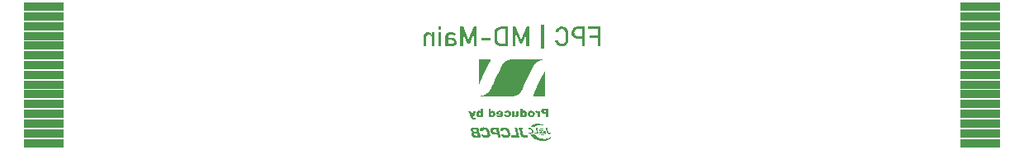
<source format=gbr>
%TF.GenerationSoftware,KiCad,Pcbnew,8.0.3*%
%TF.CreationDate,2024-07-25T12:53:14+09:00*%
%TF.ProjectId,FPC-MD-Main-20240719,4650432d-4d44-42d4-9d61-696e2d323032,rev?*%
%TF.SameCoordinates,Original*%
%TF.FileFunction,Legend,Bot*%
%TF.FilePolarity,Positive*%
%FSLAX46Y46*%
G04 Gerber Fmt 4.6, Leading zero omitted, Abs format (unit mm)*
G04 Created by KiCad (PCBNEW 8.0.3) date 2024-07-25 12:53:14*
%MOMM*%
%LPD*%
G01*
G04 APERTURE LIST*
G04 Aperture macros list*
%AMRoundRect*
0 Rectangle with rounded corners*
0 $1 Rounding radius*
0 $2 $3 $4 $5 $6 $7 $8 $9 X,Y pos of 4 corners*
0 Add a 4 corners polygon primitive as box body*
4,1,4,$2,$3,$4,$5,$6,$7,$8,$9,$2,$3,0*
0 Add four circle primitives for the rounded corners*
1,1,$1+$1,$2,$3*
1,1,$1+$1,$4,$5*
1,1,$1+$1,$6,$7*
1,1,$1+$1,$8,$9*
0 Add four rect primitives between the rounded corners*
20,1,$1+$1,$2,$3,$4,$5,0*
20,1,$1+$1,$4,$5,$6,$7,0*
20,1,$1+$1,$6,$7,$8,$9,0*
20,1,$1+$1,$8,$9,$2,$3,0*%
G04 Aperture macros list end*
%ADD10C,0.000000*%
%ADD11C,0.100000*%
%ADD12RoundRect,0.000000X-2.000000X0.350000X-2.000000X-0.350000X2.000000X-0.350000X2.000000X0.350000X0*%
G04 APERTURE END LIST*
D10*
G36*
X46668451Y-5922133D02*
G01*
X46733216Y-6207739D01*
X46746718Y-6267281D01*
X46771384Y-6382681D01*
X46779443Y-6429868D01*
X46778771Y-6431220D01*
X46777920Y-6432500D01*
X46776857Y-6433709D01*
X46775545Y-6434850D01*
X46773949Y-6435923D01*
X46772034Y-6436933D01*
X46769766Y-6437879D01*
X46767107Y-6438765D01*
X46764024Y-6439591D01*
X46760481Y-6440361D01*
X46756442Y-6441076D01*
X46751873Y-6441737D01*
X46746738Y-6442347D01*
X46741002Y-6442909D01*
X46734629Y-6443422D01*
X46727585Y-6443891D01*
X46719834Y-6444316D01*
X46711340Y-6444700D01*
X46691986Y-6445350D01*
X46669240Y-6445858D01*
X46642819Y-6446239D01*
X46612442Y-6446508D01*
X46577826Y-6446681D01*
X46494751Y-6446801D01*
X46388193Y-6446285D01*
X46301291Y-6444453D01*
X46230786Y-6440885D01*
X46200663Y-6438319D01*
X46173415Y-6435160D01*
X46148635Y-6431356D01*
X46125916Y-6426854D01*
X46104850Y-6421602D01*
X46085028Y-6415547D01*
X46066043Y-6408637D01*
X46047488Y-6400818D01*
X46010035Y-6382243D01*
X45998780Y-6376055D01*
X45987839Y-6369599D01*
X45977213Y-6362879D01*
X45966906Y-6355900D01*
X45956921Y-6348668D01*
X45947260Y-6341185D01*
X45937927Y-6333458D01*
X45928924Y-6325490D01*
X45920254Y-6317286D01*
X45911921Y-6308852D01*
X45903927Y-6300191D01*
X45896274Y-6291309D01*
X45888967Y-6282210D01*
X45882008Y-6272898D01*
X45875399Y-6263378D01*
X45869144Y-6253655D01*
X45863246Y-6243734D01*
X45857707Y-6233620D01*
X45852530Y-6223315D01*
X45847719Y-6212827D01*
X45843276Y-6202159D01*
X45839204Y-6191315D01*
X45835506Y-6180301D01*
X45832185Y-6169121D01*
X45829244Y-6157780D01*
X45826686Y-6146282D01*
X45824513Y-6134632D01*
X45822728Y-6122836D01*
X45821336Y-6110896D01*
X45820845Y-6104960D01*
X46105285Y-6104960D01*
X46105484Y-6112873D01*
X46106082Y-6120539D01*
X46107081Y-6127960D01*
X46108485Y-6135137D01*
X46110294Y-6142071D01*
X46112512Y-6148764D01*
X46115141Y-6155217D01*
X46118183Y-6161432D01*
X46121641Y-6167409D01*
X46125516Y-6173151D01*
X46129812Y-6178658D01*
X46134529Y-6183932D01*
X46139672Y-6188974D01*
X46145242Y-6193785D01*
X46151241Y-6198368D01*
X46157672Y-6202723D01*
X46164537Y-6206852D01*
X46171839Y-6210756D01*
X46179579Y-6214436D01*
X46187760Y-6217893D01*
X46196385Y-6221130D01*
X46205455Y-6224147D01*
X46214974Y-6226947D01*
X46224942Y-6229529D01*
X46235364Y-6231896D01*
X46246240Y-6234048D01*
X46257574Y-6235988D01*
X46269368Y-6237716D01*
X46281623Y-6239235D01*
X46294343Y-6240544D01*
X46321184Y-6242543D01*
X46347112Y-6243825D01*
X46368859Y-6244461D01*
X46386911Y-6244403D01*
X46394702Y-6244098D01*
X46401750Y-6243601D01*
X46408117Y-6242906D01*
X46413861Y-6242006D01*
X46419045Y-6240894D01*
X46423727Y-6239566D01*
X46427970Y-6238015D01*
X46431832Y-6236234D01*
X46435375Y-6234218D01*
X46438660Y-6231960D01*
X46442193Y-6229129D01*
X46443782Y-6227792D01*
X46445250Y-6226480D01*
X46446597Y-6225171D01*
X46447822Y-6223846D01*
X46448925Y-6222483D01*
X46449904Y-6221062D01*
X46450760Y-6219562D01*
X46451491Y-6217962D01*
X46451809Y-6217118D01*
X46452096Y-6216241D01*
X46452575Y-6214379D01*
X46452927Y-6212355D01*
X46453151Y-6210149D01*
X46453246Y-6207739D01*
X46453212Y-6205104D01*
X46453047Y-6202225D01*
X46452752Y-6199080D01*
X46452325Y-6195649D01*
X46451765Y-6191910D01*
X46451072Y-6187844D01*
X46450244Y-6183429D01*
X46449282Y-6178645D01*
X46448185Y-6173470D01*
X46445579Y-6161868D01*
X46442422Y-6148457D01*
X46438706Y-6133070D01*
X46434426Y-6115543D01*
X46429494Y-6094976D01*
X46424339Y-6075624D01*
X46419134Y-6057909D01*
X46414053Y-6042253D01*
X46409270Y-6029078D01*
X46404959Y-6018805D01*
X46403034Y-6014888D01*
X46401292Y-6011855D01*
X46399754Y-6009759D01*
X46398443Y-6008651D01*
X46393393Y-6007349D01*
X46385623Y-6006220D01*
X46363353Y-6004484D01*
X46334484Y-6003442D01*
X46301870Y-6003095D01*
X46268363Y-6003442D01*
X46236816Y-6004484D01*
X46210081Y-6006220D01*
X46199409Y-6007349D01*
X46191010Y-6008651D01*
X46186202Y-6009724D01*
X46181501Y-6010954D01*
X46176912Y-6012339D01*
X46172438Y-6013875D01*
X46168080Y-6015559D01*
X46163842Y-6017388D01*
X46159727Y-6019358D01*
X46155738Y-6021467D01*
X46151877Y-6023711D01*
X46148148Y-6026086D01*
X46144554Y-6028589D01*
X46141097Y-6031217D01*
X46137780Y-6033967D01*
X46134606Y-6036836D01*
X46131579Y-6039819D01*
X46128701Y-6042915D01*
X46125974Y-6046119D01*
X46123402Y-6049428D01*
X46120988Y-6052839D01*
X46118735Y-6056349D01*
X46116645Y-6059954D01*
X46114722Y-6063651D01*
X46112968Y-6067437D01*
X46111387Y-6071308D01*
X46109980Y-6075261D01*
X46108752Y-6079294D01*
X46107705Y-6083402D01*
X46106841Y-6087582D01*
X46106165Y-6091831D01*
X46105678Y-6096146D01*
X46105383Y-6100523D01*
X46105285Y-6104960D01*
X45820845Y-6104960D01*
X45820337Y-6098818D01*
X45819736Y-6086607D01*
X45819535Y-6074268D01*
X45819671Y-6053085D01*
X45819940Y-6044242D01*
X45820428Y-6036366D01*
X45821201Y-6029309D01*
X45822325Y-6022922D01*
X45823039Y-6019933D01*
X45823865Y-6017056D01*
X45824811Y-6014272D01*
X45825885Y-6011562D01*
X45827095Y-6008908D01*
X45828451Y-6006291D01*
X45829958Y-6003692D01*
X45831627Y-6001094D01*
X45835480Y-5995823D01*
X45840073Y-5990329D01*
X45845473Y-5984463D01*
X45851744Y-5978075D01*
X45867160Y-5963143D01*
X45872140Y-5958446D01*
X45877138Y-5953895D01*
X45882119Y-5949511D01*
X45887053Y-5945317D01*
X45896647Y-5937582D01*
X45901241Y-5934085D01*
X45905657Y-5930864D01*
X45909862Y-5927940D01*
X45913824Y-5925337D01*
X45917510Y-5923074D01*
X45920887Y-5921173D01*
X45923923Y-5919658D01*
X45926586Y-5918548D01*
X45928842Y-5917867D01*
X45930660Y-5917635D01*
X45933311Y-5917588D01*
X45935710Y-5917451D01*
X45937858Y-5917226D01*
X45939757Y-5916913D01*
X45941409Y-5916516D01*
X45942815Y-5916037D01*
X45943977Y-5915478D01*
X45944898Y-5914840D01*
X45945578Y-5914126D01*
X45945828Y-5913742D01*
X45946020Y-5913339D01*
X45946151Y-5912918D01*
X45946224Y-5912480D01*
X45946194Y-5911551D01*
X45945930Y-5910555D01*
X45945435Y-5909494D01*
X45944710Y-5908369D01*
X45943757Y-5907184D01*
X45942577Y-5905939D01*
X45941173Y-5904638D01*
X45939546Y-5903282D01*
X45937698Y-5901873D01*
X45935631Y-5900414D01*
X45933346Y-5898907D01*
X45930845Y-5897354D01*
X45928130Y-5895757D01*
X45925203Y-5894118D01*
X45922065Y-5892439D01*
X45918718Y-5890723D01*
X45915163Y-5888971D01*
X45907441Y-5885369D01*
X45898910Y-5881651D01*
X45889570Y-5877627D01*
X45880407Y-5873106D01*
X45871431Y-5868107D01*
X45862652Y-5862649D01*
X45854080Y-5856750D01*
X45845725Y-5850428D01*
X45837597Y-5843701D01*
X45829705Y-5836589D01*
X45822060Y-5829110D01*
X45814671Y-5821282D01*
X45807548Y-5813123D01*
X45800702Y-5804651D01*
X45794142Y-5795886D01*
X45787877Y-5786846D01*
X45781919Y-5777549D01*
X45776276Y-5768013D01*
X45770958Y-5758257D01*
X45765976Y-5748299D01*
X45761340Y-5738158D01*
X45757058Y-5727852D01*
X45753142Y-5717399D01*
X45749601Y-5706819D01*
X45746444Y-5696129D01*
X45744911Y-5690143D01*
X46031431Y-5690143D01*
X46031881Y-5697230D01*
X46032812Y-5704362D01*
X46034220Y-5711516D01*
X46036096Y-5718668D01*
X46038434Y-5725795D01*
X46041228Y-5732875D01*
X46044470Y-5739883D01*
X46048153Y-5746797D01*
X46052272Y-5753592D01*
X46056818Y-5760247D01*
X46061786Y-5766737D01*
X46067168Y-5773040D01*
X46072958Y-5779132D01*
X46079149Y-5784990D01*
X46085734Y-5790590D01*
X46092707Y-5795910D01*
X46100060Y-5800926D01*
X46107787Y-5805615D01*
X46115881Y-5809953D01*
X46124335Y-5813918D01*
X46135577Y-5818353D01*
X46148838Y-5822511D01*
X46163779Y-5826361D01*
X46180063Y-5829876D01*
X46197351Y-5833024D01*
X46215306Y-5835777D01*
X46233590Y-5838105D01*
X46251864Y-5839979D01*
X46269791Y-5841370D01*
X46287033Y-5842247D01*
X46303251Y-5842582D01*
X46318109Y-5842344D01*
X46331267Y-5841505D01*
X46342389Y-5840035D01*
X46351135Y-5837905D01*
X46354512Y-5836583D01*
X46357168Y-5835085D01*
X46358216Y-5834342D01*
X46359176Y-5833497D01*
X46360048Y-5832541D01*
X46360831Y-5831465D01*
X46361524Y-5830260D01*
X46362126Y-5828915D01*
X46362637Y-5827423D01*
X46363055Y-5825775D01*
X46363380Y-5823960D01*
X46363612Y-5821970D01*
X46363749Y-5819797D01*
X46363791Y-5817430D01*
X46363736Y-5814861D01*
X46363585Y-5812080D01*
X46363336Y-5809079D01*
X46362989Y-5805848D01*
X46362542Y-5802379D01*
X46361996Y-5798661D01*
X46360599Y-5790447D01*
X46358794Y-5781131D01*
X46356573Y-5770642D01*
X46353930Y-5758907D01*
X46350859Y-5745852D01*
X46347355Y-5731405D01*
X46343410Y-5715493D01*
X46331868Y-5672267D01*
X46321714Y-5635589D01*
X46313942Y-5609230D01*
X46311259Y-5601098D01*
X46309543Y-5596960D01*
X46309114Y-5596473D01*
X46308424Y-5596005D01*
X46307481Y-5595556D01*
X46306292Y-5595126D01*
X46303202Y-5594325D01*
X46299208Y-5593603D01*
X46294365Y-5592961D01*
X46288726Y-5592402D01*
X46282346Y-5591926D01*
X46275280Y-5591536D01*
X46267581Y-5591232D01*
X46259303Y-5591017D01*
X46241231Y-5590858D01*
X46221497Y-5591071D01*
X46200535Y-5591668D01*
X46171146Y-5592629D01*
X46146791Y-5594000D01*
X46136278Y-5594873D01*
X46126753Y-5595891D01*
X46118128Y-5597067D01*
X46110312Y-5598415D01*
X46103215Y-5599949D01*
X46096748Y-5601683D01*
X46090820Y-5603631D01*
X46085342Y-5605807D01*
X46080223Y-5608224D01*
X46075375Y-5610898D01*
X46070706Y-5613841D01*
X46066127Y-5617068D01*
X46060259Y-5621802D01*
X46054956Y-5626860D01*
X46050209Y-5632218D01*
X46046012Y-5637854D01*
X46042359Y-5643745D01*
X46039242Y-5649866D01*
X46036655Y-5656195D01*
X46034592Y-5662709D01*
X46033044Y-5669383D01*
X46032006Y-5676196D01*
X46031470Y-5683124D01*
X46031431Y-5690143D01*
X45744911Y-5690143D01*
X45743683Y-5685347D01*
X45741325Y-5674493D01*
X45739383Y-5663584D01*
X45737865Y-5652639D01*
X45736781Y-5641676D01*
X45736141Y-5630714D01*
X45735955Y-5619772D01*
X45736233Y-5608867D01*
X45736985Y-5598018D01*
X45738162Y-5588154D01*
X45739712Y-5578601D01*
X45741643Y-5569353D01*
X45743964Y-5560404D01*
X45746681Y-5551749D01*
X45749803Y-5543382D01*
X45753337Y-5535297D01*
X45757292Y-5527490D01*
X45761674Y-5519954D01*
X45766492Y-5512683D01*
X45771754Y-5505673D01*
X45777466Y-5498917D01*
X45783638Y-5492410D01*
X45790276Y-5486146D01*
X45797388Y-5480120D01*
X45804983Y-5474325D01*
X45813067Y-5468757D01*
X45821649Y-5463410D01*
X45830737Y-5458278D01*
X45840338Y-5453355D01*
X45850459Y-5448636D01*
X45861110Y-5444115D01*
X45872296Y-5439787D01*
X45884027Y-5435646D01*
X45896310Y-5431687D01*
X45909152Y-5427903D01*
X45936547Y-5420840D01*
X45966273Y-5414413D01*
X45998393Y-5408576D01*
X46041866Y-5404709D01*
X46112412Y-5401846D01*
X46200000Y-5400000D01*
X46294594Y-5399184D01*
X46386163Y-5399409D01*
X46464672Y-5400688D01*
X46520088Y-5403035D01*
X46536000Y-5404611D01*
X46542377Y-5406460D01*
X46557034Y-5457119D01*
X46586413Y-5574999D01*
X46643707Y-5817430D01*
X46668451Y-5922133D01*
G37*
G36*
X47164848Y-5390680D02*
G01*
X47190429Y-5392332D01*
X47214964Y-5394520D01*
X47238116Y-5397242D01*
X47259548Y-5400494D01*
X47278925Y-5404273D01*
X47295910Y-5408576D01*
X47324576Y-5417574D01*
X47352597Y-5427870D01*
X47379923Y-5439426D01*
X47406506Y-5452199D01*
X47432294Y-5466152D01*
X47457240Y-5481242D01*
X47481292Y-5497429D01*
X47504402Y-5514674D01*
X47526519Y-5532936D01*
X47547595Y-5552175D01*
X47567579Y-5572350D01*
X47586422Y-5593421D01*
X47604075Y-5615348D01*
X47620487Y-5638090D01*
X47635610Y-5661607D01*
X47649393Y-5685860D01*
X47658781Y-5704987D01*
X47668588Y-5728600D01*
X47678661Y-5756048D01*
X47688849Y-5786682D01*
X47708962Y-5854910D01*
X47727710Y-5928086D01*
X47743878Y-6001014D01*
X47756252Y-6068497D01*
X47760636Y-6098573D01*
X47763615Y-6125339D01*
X47765037Y-6148145D01*
X47764752Y-6166343D01*
X47762625Y-6185624D01*
X47759432Y-6204366D01*
X47755194Y-6222558D01*
X47749929Y-6240189D01*
X47743657Y-6257246D01*
X47736398Y-6273720D01*
X47728171Y-6289598D01*
X47718995Y-6304869D01*
X47708892Y-6319521D01*
X47697879Y-6333543D01*
X47685976Y-6346924D01*
X47673204Y-6359652D01*
X47659581Y-6371716D01*
X47645128Y-6383104D01*
X47629863Y-6393804D01*
X47613807Y-6403807D01*
X47596979Y-6413099D01*
X47579398Y-6421669D01*
X47561084Y-6429507D01*
X47542057Y-6436600D01*
X47522336Y-6442938D01*
X47501941Y-6448508D01*
X47480892Y-6453300D01*
X47459207Y-6457302D01*
X47436907Y-6460502D01*
X47414011Y-6462889D01*
X47390539Y-6464452D01*
X47366510Y-6465180D01*
X47341944Y-6465059D01*
X47316860Y-6464081D01*
X47291278Y-6462232D01*
X47265218Y-6459501D01*
X47244543Y-6456397D01*
X47222653Y-6452721D01*
X47200217Y-6448600D01*
X47177906Y-6444156D01*
X47156388Y-6439513D01*
X47136333Y-6434796D01*
X47118412Y-6430128D01*
X47103293Y-6425635D01*
X47080274Y-6417039D01*
X47057700Y-6407172D01*
X47035644Y-6396102D01*
X47014178Y-6383897D01*
X46993376Y-6370625D01*
X46973310Y-6356355D01*
X46954054Y-6341155D01*
X46935679Y-6325093D01*
X46918260Y-6308237D01*
X46901869Y-6290656D01*
X46886578Y-6272417D01*
X46872460Y-6253589D01*
X46859590Y-6234241D01*
X46848038Y-6214439D01*
X46837879Y-6194253D01*
X46829184Y-6173751D01*
X46823630Y-6158567D01*
X46821453Y-6152269D01*
X46819676Y-6146731D01*
X46818303Y-6141875D01*
X46817334Y-6137623D01*
X46816772Y-6133899D01*
X46816617Y-6130624D01*
X46816693Y-6129131D01*
X46816872Y-6127722D01*
X46817153Y-6126386D01*
X46817537Y-6125113D01*
X46818024Y-6123896D01*
X46818615Y-6122722D01*
X46819309Y-6121584D01*
X46820106Y-6120471D01*
X46822014Y-6118281D01*
X46824338Y-6116076D01*
X46827080Y-6113778D01*
X46830243Y-6111310D01*
X46833134Y-6109585D01*
X46836653Y-6107984D01*
X46840808Y-6106503D01*
X46845606Y-6105142D01*
X46851055Y-6103898D01*
X46857163Y-6102771D01*
X46863937Y-6101758D01*
X46871386Y-6100859D01*
X46879517Y-6100071D01*
X46888338Y-6099393D01*
X46897856Y-6098824D01*
X46908080Y-6098362D01*
X46919017Y-6098005D01*
X46930675Y-6097752D01*
X46956185Y-6097551D01*
X47060960Y-6097551D01*
X47114935Y-6154701D01*
X47122984Y-6163043D01*
X47130516Y-6170638D01*
X47137608Y-6177532D01*
X47144337Y-6183772D01*
X47150780Y-6189405D01*
X47157016Y-6194476D01*
X47163122Y-6199032D01*
X47169174Y-6203120D01*
X47175252Y-6206787D01*
X47181432Y-6210078D01*
X47187792Y-6213040D01*
X47194409Y-6215721D01*
X47201361Y-6218166D01*
X47208726Y-6220421D01*
X47216580Y-6222534D01*
X47225002Y-6224551D01*
X47239934Y-6227579D01*
X47254918Y-6229919D01*
X47269880Y-6231581D01*
X47284748Y-6232571D01*
X47299448Y-6232898D01*
X47313908Y-6232569D01*
X47328054Y-6231592D01*
X47341815Y-6229975D01*
X47355117Y-6227726D01*
X47367887Y-6224851D01*
X47380052Y-6221359D01*
X47391540Y-6217259D01*
X47402278Y-6212556D01*
X47412192Y-6207260D01*
X47421211Y-6201378D01*
X47429260Y-6194918D01*
X47434553Y-6189979D01*
X47439517Y-6184875D01*
X47444154Y-6179590D01*
X47448463Y-6174107D01*
X47452445Y-6168410D01*
X47456100Y-6162483D01*
X47459429Y-6156309D01*
X47462432Y-6149873D01*
X47465109Y-6143157D01*
X47467462Y-6136146D01*
X47469489Y-6128824D01*
X47471192Y-6121174D01*
X47472571Y-6113179D01*
X47473627Y-6104824D01*
X47474359Y-6096093D01*
X47474768Y-6086968D01*
X47474855Y-6077434D01*
X47474620Y-6067475D01*
X47474063Y-6057073D01*
X47473185Y-6046214D01*
X47471986Y-6034880D01*
X47470466Y-6023056D01*
X47466467Y-5997870D01*
X47461190Y-5970526D01*
X47454639Y-5940893D01*
X47446817Y-5908842D01*
X47437726Y-5874243D01*
X47428823Y-5844429D01*
X47418786Y-5816504D01*
X47407624Y-5790474D01*
X47395344Y-5766343D01*
X47381954Y-5744115D01*
X47374845Y-5733717D01*
X47367461Y-5723796D01*
X47359804Y-5714354D01*
X47351874Y-5705391D01*
X47343673Y-5696906D01*
X47335201Y-5688902D01*
X47326459Y-5681379D01*
X47317448Y-5674337D01*
X47308169Y-5667776D01*
X47298624Y-5661698D01*
X47288813Y-5656103D01*
X47278737Y-5650991D01*
X47268396Y-5646363D01*
X47257793Y-5642220D01*
X47246928Y-5638562D01*
X47235802Y-5635390D01*
X47224416Y-5632705D01*
X47212771Y-5630506D01*
X47200867Y-5628795D01*
X47188707Y-5627572D01*
X47176290Y-5626838D01*
X47163618Y-5626593D01*
X47148393Y-5627031D01*
X47134041Y-5627963D01*
X47120516Y-5629414D01*
X47107774Y-5631405D01*
X47095771Y-5633961D01*
X47084460Y-5637104D01*
X47073797Y-5640858D01*
X47063738Y-5645246D01*
X47054236Y-5650292D01*
X47045248Y-5656018D01*
X47036728Y-5662447D01*
X47028631Y-5669604D01*
X47020913Y-5677512D01*
X47013527Y-5686192D01*
X47006430Y-5695670D01*
X46999577Y-5705968D01*
X46973118Y-5748301D01*
X46853527Y-5748301D01*
X46825400Y-5748103D01*
X46800560Y-5747508D01*
X46779020Y-5746515D01*
X46760790Y-5745126D01*
X46745885Y-5743340D01*
X46739682Y-5742299D01*
X46734315Y-5741158D01*
X46729786Y-5739917D01*
X46726095Y-5738578D01*
X46723244Y-5737139D01*
X46721235Y-5735601D01*
X46720547Y-5734830D01*
X46719872Y-5733908D01*
X46719210Y-5732840D01*
X46718562Y-5731631D01*
X46717312Y-5728804D01*
X46716125Y-5725464D01*
X46715007Y-5721647D01*
X46713961Y-5717388D01*
X46712993Y-5712723D01*
X46712107Y-5707688D01*
X46711308Y-5702317D01*
X46710600Y-5696648D01*
X46709988Y-5690714D01*
X46709477Y-5684553D01*
X46709072Y-5678200D01*
X46708777Y-5671690D01*
X46708596Y-5665059D01*
X46708535Y-5658343D01*
X46709378Y-5634096D01*
X46710433Y-5622392D01*
X46711910Y-5610966D01*
X46713810Y-5599819D01*
X46716132Y-5588952D01*
X46718877Y-5578363D01*
X46722045Y-5568054D01*
X46725636Y-5558024D01*
X46729651Y-5548272D01*
X46734089Y-5538800D01*
X46738952Y-5529607D01*
X46744238Y-5520692D01*
X46749948Y-5512057D01*
X46756083Y-5503701D01*
X46762642Y-5495624D01*
X46769626Y-5487826D01*
X46777035Y-5480307D01*
X46784870Y-5473067D01*
X46793129Y-5466107D01*
X46801814Y-5459425D01*
X46810925Y-5453022D01*
X46820462Y-5446899D01*
X46830425Y-5441054D01*
X46840815Y-5435488D01*
X46851630Y-5430202D01*
X46874542Y-5420466D01*
X46899163Y-5411846D01*
X46925493Y-5404343D01*
X46943036Y-5400461D01*
X46962897Y-5397145D01*
X46984738Y-5394395D01*
X47008225Y-5392205D01*
X47033020Y-5390574D01*
X47058787Y-5389497D01*
X47111892Y-5388997D01*
X47164848Y-5390680D01*
G37*
G36*
X51830037Y-5443115D02*
G01*
X51842674Y-5443684D01*
X51854780Y-5444543D01*
X51866179Y-5445694D01*
X51876695Y-5447137D01*
X51886150Y-5448875D01*
X51894368Y-5450910D01*
X51916082Y-5458549D01*
X51937510Y-5467523D01*
X51958562Y-5477752D01*
X51979151Y-5489158D01*
X51999187Y-5501662D01*
X52018584Y-5515185D01*
X52037252Y-5529647D01*
X52055103Y-5544969D01*
X52072048Y-5561073D01*
X52088000Y-5577879D01*
X52102869Y-5595308D01*
X52116569Y-5613281D01*
X52129009Y-5631720D01*
X52140102Y-5650544D01*
X52149760Y-5669675D01*
X52157893Y-5689035D01*
X52162779Y-5703499D01*
X52167114Y-5718629D01*
X52170895Y-5734295D01*
X52174116Y-5750368D01*
X52176772Y-5766721D01*
X52178859Y-5783224D01*
X52180373Y-5799749D01*
X52181309Y-5816167D01*
X52181662Y-5832349D01*
X52181427Y-5848167D01*
X52180600Y-5863492D01*
X52179176Y-5878195D01*
X52177150Y-5892148D01*
X52174519Y-5905222D01*
X52171276Y-5917288D01*
X52167418Y-5928218D01*
X52163018Y-5937894D01*
X52158158Y-5947273D01*
X52152853Y-5956350D01*
X52147116Y-5965119D01*
X52140958Y-5973575D01*
X52134392Y-5981712D01*
X52127433Y-5989526D01*
X52120091Y-5997010D01*
X52112380Y-6004159D01*
X52104314Y-6010967D01*
X52095903Y-6017431D01*
X52087163Y-6023542D01*
X52078104Y-6029298D01*
X52068741Y-6034691D01*
X52059085Y-6039717D01*
X52049149Y-6044370D01*
X52038948Y-6048645D01*
X52028492Y-6052536D01*
X52017795Y-6056038D01*
X52006870Y-6059145D01*
X51995729Y-6061853D01*
X51984386Y-6064155D01*
X51972853Y-6066046D01*
X51961142Y-6067521D01*
X51949268Y-6068574D01*
X51937242Y-6069201D01*
X51925077Y-6069394D01*
X51912786Y-6069150D01*
X51900382Y-6068462D01*
X51887877Y-6067326D01*
X51875285Y-6065735D01*
X51862618Y-6063685D01*
X51851705Y-6061526D01*
X51840106Y-6058672D01*
X51827976Y-6055195D01*
X51815473Y-6051167D01*
X51802752Y-6046661D01*
X51789972Y-6041751D01*
X51777287Y-6036509D01*
X51764855Y-6031009D01*
X51752832Y-6025322D01*
X51741375Y-6019522D01*
X51730641Y-6013682D01*
X51720785Y-6007874D01*
X51711965Y-6002172D01*
X51704338Y-5996648D01*
X51698059Y-5991375D01*
X51693285Y-5986426D01*
X51692727Y-5985704D01*
X51692244Y-5984926D01*
X51691836Y-5984092D01*
X51691503Y-5983204D01*
X51691247Y-5982260D01*
X51691067Y-5981261D01*
X51690963Y-5980208D01*
X51690937Y-5979101D01*
X51690988Y-5977939D01*
X51691117Y-5976723D01*
X51691325Y-5975453D01*
X51691611Y-5974129D01*
X51691976Y-5972752D01*
X51692420Y-5971322D01*
X51692945Y-5969839D01*
X51693550Y-5968302D01*
X51694235Y-5966713D01*
X51695001Y-5965072D01*
X51695849Y-5963378D01*
X51696778Y-5961632D01*
X51698884Y-5957984D01*
X51701322Y-5954131D01*
X51704094Y-5950072D01*
X51707205Y-5945811D01*
X51710656Y-5941348D01*
X51714452Y-5936685D01*
X51746202Y-5898585D01*
X51791710Y-5922926D01*
X51803068Y-5928865D01*
X51814313Y-5934183D01*
X51825431Y-5938886D01*
X51836408Y-5942979D01*
X51847230Y-5946468D01*
X51857883Y-5949360D01*
X51868353Y-5951658D01*
X51878626Y-5953370D01*
X51888688Y-5954500D01*
X51898525Y-5955055D01*
X51908124Y-5955039D01*
X51917470Y-5954459D01*
X51926549Y-5953320D01*
X51935348Y-5951628D01*
X51943852Y-5949388D01*
X51952047Y-5946607D01*
X51959921Y-5943288D01*
X51967457Y-5939439D01*
X51974644Y-5935065D01*
X51981466Y-5930171D01*
X51987910Y-5924764D01*
X51993961Y-5918848D01*
X51999607Y-5912429D01*
X52004832Y-5905513D01*
X52009623Y-5898106D01*
X52013966Y-5890213D01*
X52017847Y-5881840D01*
X52021253Y-5872992D01*
X52024168Y-5863676D01*
X52026579Y-5853896D01*
X52028473Y-5843658D01*
X52029835Y-5832968D01*
X52030898Y-5813477D01*
X52030548Y-5793969D01*
X52028837Y-5774551D01*
X52025817Y-5755329D01*
X52021537Y-5736412D01*
X52016050Y-5717905D01*
X52009406Y-5699916D01*
X52001657Y-5682552D01*
X51992853Y-5665920D01*
X51983047Y-5650126D01*
X51972289Y-5635279D01*
X51960630Y-5621483D01*
X51948121Y-5608848D01*
X51934814Y-5597478D01*
X51920760Y-5587483D01*
X51906010Y-5578968D01*
X51895212Y-5573945D01*
X51883923Y-5569592D01*
X51872247Y-5565908D01*
X51860287Y-5562895D01*
X51848146Y-5560550D01*
X51835930Y-5558876D01*
X51823742Y-5557872D01*
X51811686Y-5557537D01*
X51799865Y-5557872D01*
X51788384Y-5558876D01*
X51777346Y-5560550D01*
X51766856Y-5562895D01*
X51757016Y-5565908D01*
X51747932Y-5569592D01*
X51739706Y-5573945D01*
X51735948Y-5576373D01*
X51732443Y-5578968D01*
X51726860Y-5583220D01*
X51721314Y-5587187D01*
X51715942Y-5590781D01*
X51710880Y-5593917D01*
X51708508Y-5595286D01*
X51706264Y-5596507D01*
X51704166Y-5597570D01*
X51702231Y-5598464D01*
X51700476Y-5599179D01*
X51698918Y-5599703D01*
X51697573Y-5600025D01*
X51696460Y-5600135D01*
X51695915Y-5600082D01*
X51695274Y-5599927D01*
X51694539Y-5599671D01*
X51693715Y-5599316D01*
X51691809Y-5598321D01*
X51689581Y-5596960D01*
X51687055Y-5595251D01*
X51684256Y-5593214D01*
X51681209Y-5590867D01*
X51677939Y-5588228D01*
X51674471Y-5585317D01*
X51670828Y-5582151D01*
X51667037Y-5578750D01*
X51663122Y-5575132D01*
X51659108Y-5571315D01*
X51655020Y-5567318D01*
X51650881Y-5563160D01*
X51646718Y-5558860D01*
X51606502Y-5517585D01*
X51642485Y-5492185D01*
X51646200Y-5489385D01*
X51650176Y-5486552D01*
X51654380Y-5483704D01*
X51658773Y-5480857D01*
X51667990Y-5475237D01*
X51677542Y-5469827D01*
X51687144Y-5464765D01*
X51696510Y-5460187D01*
X51705354Y-5456228D01*
X51709492Y-5454524D01*
X51713393Y-5453026D01*
X51721611Y-5450782D01*
X51731067Y-5448812D01*
X51741582Y-5447117D01*
X51752982Y-5445701D01*
X51765088Y-5444563D01*
X51777724Y-5443706D01*
X51790714Y-5443131D01*
X51803881Y-5442840D01*
X51817047Y-5442834D01*
X51830037Y-5443115D01*
G37*
G36*
X53336877Y-5914460D02*
G01*
X53337194Y-5921839D01*
X53337333Y-5928547D01*
X53337265Y-5934656D01*
X53336959Y-5940240D01*
X53336387Y-5945371D01*
X53335519Y-5950123D01*
X53334325Y-5954567D01*
X53333596Y-5956697D01*
X53332776Y-5958777D01*
X53331859Y-5960818D01*
X53330842Y-5962826D01*
X53328495Y-5966787D01*
X53325704Y-5970732D01*
X53322440Y-5974735D01*
X53318674Y-5978868D01*
X53314377Y-5983204D01*
X53309518Y-5987816D01*
X53304068Y-5992776D01*
X53296474Y-5999151D01*
X53292632Y-6002060D01*
X53288756Y-6004784D01*
X53284842Y-6007322D01*
X53280888Y-6009675D01*
X53276891Y-6011844D01*
X53272848Y-6013827D01*
X53268754Y-6015626D01*
X53264608Y-6017241D01*
X53260406Y-6018672D01*
X53256146Y-6019919D01*
X53251823Y-6020982D01*
X53247435Y-6021862D01*
X53242979Y-6022558D01*
X53238452Y-6023071D01*
X53233850Y-6023401D01*
X53229171Y-6023549D01*
X53224411Y-6023514D01*
X53219567Y-6023296D01*
X53214637Y-6022897D01*
X53209616Y-6022315D01*
X53199293Y-6020607D01*
X53188574Y-6018174D01*
X53177432Y-6015016D01*
X53165844Y-6011136D01*
X53153785Y-6006535D01*
X53140000Y-6001024D01*
X53134272Y-5998893D01*
X53129228Y-5997175D01*
X53124798Y-5995866D01*
X53120913Y-5994963D01*
X53117501Y-5994464D01*
X53115952Y-5994364D01*
X53114494Y-5994364D01*
X53113121Y-5994463D01*
X53111822Y-5994661D01*
X53110590Y-5994957D01*
X53109416Y-5995352D01*
X53108290Y-5995844D01*
X53107204Y-5996433D01*
X53106150Y-5997120D01*
X53105118Y-5997903D01*
X53103088Y-5999756D01*
X53101044Y-6001991D01*
X53098916Y-6004605D01*
X53096635Y-6007593D01*
X53095543Y-6009041D01*
X53094444Y-6010410D01*
X53093333Y-6011700D01*
X53092203Y-6012914D01*
X53091049Y-6014051D01*
X53089863Y-6015114D01*
X53088641Y-6016102D01*
X53087375Y-6017019D01*
X53086059Y-6017864D01*
X53084687Y-6018639D01*
X53083254Y-6019345D01*
X53081752Y-6019983D01*
X53080176Y-6020554D01*
X53078519Y-6021060D01*
X53076776Y-6021502D01*
X53074939Y-6021881D01*
X53073003Y-6022197D01*
X53070962Y-6022453D01*
X53068809Y-6022648D01*
X53066539Y-6022786D01*
X53064144Y-6022866D01*
X53061619Y-6022890D01*
X53058958Y-6022859D01*
X53056154Y-6022773D01*
X53050093Y-6022446D01*
X53043388Y-6021918D01*
X53035987Y-6021197D01*
X53027843Y-6020293D01*
X53014535Y-6018438D01*
X53001406Y-6016055D01*
X52988471Y-6013157D01*
X52975741Y-6009755D01*
X52963230Y-6005862D01*
X52950950Y-6001489D01*
X52938915Y-5996650D01*
X52927136Y-5991354D01*
X52904401Y-5979445D01*
X52882847Y-5965859D01*
X52862577Y-5950692D01*
X52843693Y-5934039D01*
X52826297Y-5915997D01*
X52818190Y-5906485D01*
X52810492Y-5896662D01*
X52803218Y-5886540D01*
X52796380Y-5876131D01*
X52789991Y-5865446D01*
X52784063Y-5854498D01*
X52778609Y-5843300D01*
X52773643Y-5831862D01*
X52769177Y-5820196D01*
X52765224Y-5808316D01*
X52761796Y-5796233D01*
X52758906Y-5783959D01*
X52756568Y-5771505D01*
X52754793Y-5758885D01*
X52753927Y-5749984D01*
X52753507Y-5741148D01*
X52753527Y-5732385D01*
X52753981Y-5723703D01*
X52754862Y-5715112D01*
X52756163Y-5706618D01*
X52757879Y-5698232D01*
X52760002Y-5689961D01*
X52762527Y-5681814D01*
X52765448Y-5673799D01*
X52768757Y-5665926D01*
X52772448Y-5658202D01*
X52776515Y-5650637D01*
X52780952Y-5643238D01*
X52785752Y-5636014D01*
X52790909Y-5628974D01*
X52796416Y-5622126D01*
X52802267Y-5615479D01*
X52808456Y-5609042D01*
X52814976Y-5602822D01*
X52821820Y-5596828D01*
X52828983Y-5591070D01*
X52836458Y-5585554D01*
X52844239Y-5580291D01*
X52852319Y-5575288D01*
X52860692Y-5570554D01*
X52869351Y-5566098D01*
X52878290Y-5561927D01*
X52887502Y-5558051D01*
X52896982Y-5554479D01*
X52906723Y-5551217D01*
X52916718Y-5548276D01*
X52929176Y-5545174D01*
X52943011Y-5542606D01*
X52958037Y-5540563D01*
X52974067Y-5539032D01*
X52990915Y-5538004D01*
X53008396Y-5537468D01*
X53026324Y-5537412D01*
X53044512Y-5537825D01*
X53062775Y-5538698D01*
X53080925Y-5540018D01*
X53098779Y-5541776D01*
X53116148Y-5543960D01*
X53132848Y-5546560D01*
X53148692Y-5549564D01*
X53163494Y-5552962D01*
X53177068Y-5556743D01*
X53207931Y-5567711D01*
X53237387Y-5580338D01*
X53265395Y-5594576D01*
X53291914Y-5610371D01*
X53316901Y-5627673D01*
X53340314Y-5646431D01*
X53362112Y-5666593D01*
X53382253Y-5688109D01*
X53400694Y-5710927D01*
X53417395Y-5734996D01*
X53432312Y-5760265D01*
X53445405Y-5786682D01*
X53456632Y-5814198D01*
X53465950Y-5842760D01*
X53473318Y-5872317D01*
X53478693Y-5902818D01*
X53479770Y-5912416D01*
X53480425Y-5921956D01*
X53480662Y-5931428D01*
X53480488Y-5940825D01*
X53479907Y-5950137D01*
X53478926Y-5959356D01*
X53477549Y-5968474D01*
X53475783Y-5977480D01*
X53473632Y-5986367D01*
X53471102Y-5995126D01*
X53468198Y-6003749D01*
X53464927Y-6012225D01*
X53457300Y-6028707D01*
X53448266Y-6044502D01*
X53437868Y-6059541D01*
X53426149Y-6073753D01*
X53413152Y-6087070D01*
X53398921Y-6099420D01*
X53383500Y-6110735D01*
X53366932Y-6120944D01*
X53349259Y-6129979D01*
X53340023Y-6134033D01*
X53330527Y-6137768D01*
X53298905Y-6148306D01*
X53265772Y-6156541D01*
X53231451Y-6162525D01*
X53196267Y-6166310D01*
X53160543Y-6167950D01*
X53124604Y-6167496D01*
X53088774Y-6165003D01*
X53053376Y-6160522D01*
X53018734Y-6154107D01*
X52985173Y-6145809D01*
X52953017Y-6135682D01*
X52922589Y-6123778D01*
X52894214Y-6110151D01*
X52868215Y-6094852D01*
X52844917Y-6077934D01*
X52834382Y-6068885D01*
X52824643Y-6059451D01*
X52789718Y-6023468D01*
X52817235Y-6023468D01*
X52820291Y-6023651D01*
X52823872Y-6024189D01*
X52827934Y-6025066D01*
X52832432Y-6026263D01*
X52837320Y-6027764D01*
X52842554Y-6029551D01*
X52848089Y-6031609D01*
X52853880Y-6033919D01*
X52859881Y-6036465D01*
X52866049Y-6039229D01*
X52872337Y-6042195D01*
X52878701Y-6045346D01*
X52885096Y-6048664D01*
X52891477Y-6052132D01*
X52897800Y-6055734D01*
X52904018Y-6059451D01*
X52921940Y-6069508D01*
X52940729Y-6078638D01*
X52960313Y-6086831D01*
X52980615Y-6094079D01*
X53001563Y-6100371D01*
X53023081Y-6105700D01*
X53045095Y-6110054D01*
X53067531Y-6113426D01*
X53090314Y-6115806D01*
X53113370Y-6117184D01*
X53136624Y-6117552D01*
X53160003Y-6116899D01*
X53183431Y-6115217D01*
X53206834Y-6112496D01*
X53230138Y-6108727D01*
X53253268Y-6103901D01*
X53272912Y-6098706D01*
X53291356Y-6092652D01*
X53308591Y-6085749D01*
X53324607Y-6078005D01*
X53332155Y-6073821D01*
X53339395Y-6069431D01*
X53346326Y-6064835D01*
X53352946Y-6060034D01*
X53359255Y-6055031D01*
X53365251Y-6049826D01*
X53370933Y-6044419D01*
X53376300Y-6038814D01*
X53381350Y-6033010D01*
X53386083Y-6027008D01*
X53390498Y-6020811D01*
X53394593Y-6014418D01*
X53398367Y-6007832D01*
X53401819Y-6001053D01*
X53404948Y-5994083D01*
X53407752Y-5986922D01*
X53410231Y-5979573D01*
X53412383Y-5972035D01*
X53414207Y-5964310D01*
X53415702Y-5956400D01*
X53416867Y-5948306D01*
X53417700Y-5940028D01*
X53418201Y-5931567D01*
X53418368Y-5922926D01*
X53417568Y-5900078D01*
X53415187Y-5877604D01*
X53411259Y-5855558D01*
X53405817Y-5833993D01*
X53398893Y-5812961D01*
X53390519Y-5792516D01*
X53380728Y-5772709D01*
X53369553Y-5753593D01*
X53357026Y-5735222D01*
X53343179Y-5717647D01*
X53328046Y-5700922D01*
X53311659Y-5685099D01*
X53294050Y-5670231D01*
X53275251Y-5656371D01*
X53255297Y-5643571D01*
X53234218Y-5631885D01*
X53222455Y-5625887D01*
X53211648Y-5620563D01*
X53201613Y-5615869D01*
X53192166Y-5611760D01*
X53183122Y-5608190D01*
X53174296Y-5605114D01*
X53165505Y-5602488D01*
X53156563Y-5600267D01*
X53147286Y-5598405D01*
X53137490Y-5596858D01*
X53126991Y-5595581D01*
X53115602Y-5594529D01*
X53103141Y-5593656D01*
X53089423Y-5592919D01*
X53057477Y-5591668D01*
X53026487Y-5590750D01*
X53001054Y-5590477D01*
X52990080Y-5590629D01*
X52980086Y-5590998D01*
X52970935Y-5591603D01*
X52962491Y-5592462D01*
X52954618Y-5593593D01*
X52947178Y-5595017D01*
X52940037Y-5596750D01*
X52933056Y-5598812D01*
X52926101Y-5601221D01*
X52919033Y-5603996D01*
X52904018Y-5610718D01*
X52899013Y-5613429D01*
X52893944Y-5616386D01*
X52888843Y-5619559D01*
X52883745Y-5622922D01*
X52878684Y-5626446D01*
X52873695Y-5630103D01*
X52868811Y-5633865D01*
X52864066Y-5637705D01*
X52859495Y-5641595D01*
X52855132Y-5645507D01*
X52851011Y-5649412D01*
X52847166Y-5653283D01*
X52843631Y-5657092D01*
X52840440Y-5660811D01*
X52837627Y-5664412D01*
X52835227Y-5667868D01*
X52830760Y-5675872D01*
X52826879Y-5684191D01*
X52823574Y-5692796D01*
X52820834Y-5701660D01*
X52818650Y-5710757D01*
X52817011Y-5720060D01*
X52815909Y-5729541D01*
X52815333Y-5739173D01*
X52815274Y-5748929D01*
X52815720Y-5758782D01*
X52816663Y-5768705D01*
X52818093Y-5778671D01*
X52819999Y-5788651D01*
X52822372Y-5798621D01*
X52828480Y-5818416D01*
X52836336Y-5837839D01*
X52845862Y-5856673D01*
X52856978Y-5874701D01*
X52863108Y-5883345D01*
X52869606Y-5891705D01*
X52876462Y-5899756D01*
X52883666Y-5907470D01*
X52891209Y-5914819D01*
X52899080Y-5921777D01*
X52907270Y-5928316D01*
X52915768Y-5934410D01*
X52924565Y-5940031D01*
X52933652Y-5945151D01*
X52940041Y-5948326D01*
X52946467Y-5951104D01*
X52952869Y-5953486D01*
X52959184Y-5955470D01*
X52965350Y-5957058D01*
X52971305Y-5958248D01*
X52976988Y-5959042D01*
X52982335Y-5959439D01*
X52987286Y-5959439D01*
X52991777Y-5959042D01*
X52995748Y-5958248D01*
X52997519Y-5957702D01*
X52999136Y-5957058D01*
X53000592Y-5956313D01*
X53001879Y-5955470D01*
X53002989Y-5954527D01*
X53003915Y-5953486D01*
X53004649Y-5952345D01*
X53005182Y-5951104D01*
X53005508Y-5949765D01*
X53005618Y-5948326D01*
X53005325Y-5946478D01*
X53004465Y-5943359D01*
X53001153Y-5933592D01*
X52995907Y-5919584D01*
X52988950Y-5901892D01*
X52980504Y-5881075D01*
X52970793Y-5857690D01*
X52960040Y-5832296D01*
X52948468Y-5805451D01*
X52940488Y-5787460D01*
X53037368Y-5787460D01*
X53037616Y-5794968D01*
X53038347Y-5802596D01*
X53039541Y-5810320D01*
X53041180Y-5818116D01*
X53043243Y-5825961D01*
X53045712Y-5833831D01*
X53051788Y-5849554D01*
X53059253Y-5865097D01*
X53067952Y-5880273D01*
X53077731Y-5894893D01*
X53088433Y-5908771D01*
X53099904Y-5921719D01*
X53111989Y-5933549D01*
X53124533Y-5944074D01*
X53137381Y-5953105D01*
X53143870Y-5957003D01*
X53150377Y-5960457D01*
X53156883Y-5963443D01*
X53163368Y-5965940D01*
X53169812Y-5967922D01*
X53176197Y-5969367D01*
X53182503Y-5970251D01*
X53188710Y-5970551D01*
X53196713Y-5970361D01*
X53204064Y-5969776D01*
X53207501Y-5969328D01*
X53210783Y-5968772D01*
X53213911Y-5968106D01*
X53216888Y-5967327D01*
X53219716Y-5966431D01*
X53222398Y-5965416D01*
X53224935Y-5964279D01*
X53227331Y-5963017D01*
X53229587Y-5961627D01*
X53231706Y-5960106D01*
X53233690Y-5958452D01*
X53235541Y-5956661D01*
X53237262Y-5954730D01*
X53238856Y-5952657D01*
X53240324Y-5950439D01*
X53241668Y-5948072D01*
X53242892Y-5945554D01*
X53243997Y-5942882D01*
X53244985Y-5940054D01*
X53245860Y-5937065D01*
X53246623Y-5933914D01*
X53247277Y-5930596D01*
X53247824Y-5927111D01*
X53248266Y-5923453D01*
X53248846Y-5915613D01*
X53249035Y-5907051D01*
X53248581Y-5895891D01*
X53247440Y-5884849D01*
X53245642Y-5873954D01*
X53243220Y-5863232D01*
X53240205Y-5852709D01*
X53236629Y-5842411D01*
X53232522Y-5832366D01*
X53227918Y-5822600D01*
X53222847Y-5813139D01*
X53217341Y-5804010D01*
X53211431Y-5795239D01*
X53205149Y-5786854D01*
X53198527Y-5778880D01*
X53191597Y-5771345D01*
X53184389Y-5764274D01*
X53176936Y-5757694D01*
X53169269Y-5751632D01*
X53161419Y-5746115D01*
X53153419Y-5741168D01*
X53145300Y-5736819D01*
X53137093Y-5733094D01*
X53128830Y-5730019D01*
X53120542Y-5727621D01*
X53112262Y-5725927D01*
X53104020Y-5724964D01*
X53095849Y-5724757D01*
X53087780Y-5725333D01*
X53079844Y-5726719D01*
X53072074Y-5728942D01*
X53064500Y-5732027D01*
X53057154Y-5736002D01*
X53050068Y-5740893D01*
X53049473Y-5741435D01*
X53048879Y-5742067D01*
X53048288Y-5742786D01*
X53047699Y-5743588D01*
X53046538Y-5745432D01*
X53045405Y-5747574D01*
X53044309Y-5749988D01*
X53043259Y-5752650D01*
X53042266Y-5755536D01*
X53041337Y-5758620D01*
X53040483Y-5761878D01*
X53039712Y-5765284D01*
X53039035Y-5768815D01*
X53038460Y-5772445D01*
X53037996Y-5776149D01*
X53037654Y-5779902D01*
X53037441Y-5783681D01*
X53037368Y-5787460D01*
X52940488Y-5787460D01*
X52890260Y-5674218D01*
X52927302Y-5674218D01*
X52931292Y-5674316D01*
X52935309Y-5674602D01*
X52939333Y-5675069D01*
X52943342Y-5675706D01*
X52947313Y-5676505D01*
X52951226Y-5677455D01*
X52955058Y-5678548D01*
X52958787Y-5679774D01*
X52962392Y-5681125D01*
X52965852Y-5682590D01*
X52969145Y-5684160D01*
X52972248Y-5685827D01*
X52975140Y-5687580D01*
X52977800Y-5689411D01*
X52980205Y-5691310D01*
X52982335Y-5693268D01*
X52985706Y-5696617D01*
X52988716Y-5699519D01*
X52991425Y-5701974D01*
X52992686Y-5703035D01*
X52993894Y-5703984D01*
X52995057Y-5704821D01*
X52996183Y-5705546D01*
X52997279Y-5706160D01*
X52998353Y-5706662D01*
X52999412Y-5707053D01*
X53000463Y-5707332D01*
X53001515Y-5707500D01*
X53002576Y-5707555D01*
X53003651Y-5707500D01*
X53004750Y-5707332D01*
X53005879Y-5707053D01*
X53007047Y-5706662D01*
X53008260Y-5706160D01*
X53009526Y-5705546D01*
X53010854Y-5704821D01*
X53012249Y-5703984D01*
X53013721Y-5703035D01*
X53015276Y-5701974D01*
X53018668Y-5699519D01*
X53022484Y-5696617D01*
X53026785Y-5693268D01*
X53029510Y-5691310D01*
X53032511Y-5689411D01*
X53035766Y-5687580D01*
X53039253Y-5685827D01*
X53042952Y-5684160D01*
X53046840Y-5682590D01*
X53050895Y-5681125D01*
X53055095Y-5679774D01*
X53059420Y-5678548D01*
X53063847Y-5677455D01*
X53068355Y-5676505D01*
X53072922Y-5675706D01*
X53077526Y-5675069D01*
X53082145Y-5674602D01*
X53086758Y-5674316D01*
X53091343Y-5674218D01*
X53102371Y-5674568D01*
X53113414Y-5675602D01*
X53124447Y-5677299D01*
X53135448Y-5679636D01*
X53146394Y-5682590D01*
X53157263Y-5686141D01*
X53168030Y-5690264D01*
X53178672Y-5694938D01*
X53189168Y-5700141D01*
X53199493Y-5705850D01*
X53209625Y-5712044D01*
X53219540Y-5718699D01*
X53229216Y-5725794D01*
X53238629Y-5733306D01*
X53247757Y-5741212D01*
X53256576Y-5749492D01*
X53265063Y-5758122D01*
X53273195Y-5767080D01*
X53280949Y-5776344D01*
X53288303Y-5785891D01*
X53295232Y-5795699D01*
X53301715Y-5805747D01*
X53307727Y-5816011D01*
X53313246Y-5826469D01*
X53318249Y-5837100D01*
X53322712Y-5847880D01*
X53326614Y-5858788D01*
X53329929Y-5869801D01*
X53332636Y-5880897D01*
X53334712Y-5892054D01*
X53336133Y-5903249D01*
X53336385Y-5907051D01*
X53336877Y-5914460D01*
G37*
G36*
X48274814Y-4044927D02*
G01*
X48271432Y-4077280D01*
X48265863Y-4108524D01*
X48258184Y-4138503D01*
X48248469Y-4167058D01*
X48236796Y-4194031D01*
X48223240Y-4219264D01*
X48207878Y-4242599D01*
X48190785Y-4263877D01*
X48172037Y-4282942D01*
X48162067Y-4291594D01*
X48151711Y-4299633D01*
X48140980Y-4307040D01*
X48129883Y-4313795D01*
X48118429Y-4319877D01*
X48106629Y-4325268D01*
X48094490Y-4329947D01*
X48082024Y-4333894D01*
X48065315Y-4338105D01*
X48048954Y-4341303D01*
X48032925Y-4343481D01*
X48017214Y-4344632D01*
X48001808Y-4344753D01*
X47986692Y-4343835D01*
X47971852Y-4341874D01*
X47957273Y-4338864D01*
X47942941Y-4334798D01*
X47928842Y-4329671D01*
X47914962Y-4323476D01*
X47901287Y-4316208D01*
X47887802Y-4307861D01*
X47874492Y-4298429D01*
X47861344Y-4287906D01*
X47848344Y-4276286D01*
X47807775Y-4238150D01*
X47807775Y-4329837D01*
X47580586Y-4329837D01*
X47580586Y-4015887D01*
X47825912Y-4015887D01*
X47826246Y-4026703D01*
X47826943Y-4037534D01*
X47827992Y-4048270D01*
X47829382Y-4058802D01*
X47831103Y-4069019D01*
X47833143Y-4078814D01*
X47835492Y-4088076D01*
X47838140Y-4096696D01*
X47841075Y-4104565D01*
X47844287Y-4111574D01*
X47847230Y-4116846D01*
X47850421Y-4121858D01*
X47853846Y-4126609D01*
X47857492Y-4131096D01*
X47861346Y-4135316D01*
X47865394Y-4139266D01*
X47869622Y-4142945D01*
X47874017Y-4146349D01*
X47878565Y-4149476D01*
X47883253Y-4152324D01*
X47888067Y-4154890D01*
X47892994Y-4157171D01*
X47898020Y-4159166D01*
X47903132Y-4160870D01*
X47908316Y-4162283D01*
X47913559Y-4163401D01*
X47918847Y-4164222D01*
X47924167Y-4164743D01*
X47929504Y-4164962D01*
X47934847Y-4164876D01*
X47940180Y-4164483D01*
X47945491Y-4163781D01*
X47950767Y-4162766D01*
X47955992Y-4161436D01*
X47961155Y-4159789D01*
X47966241Y-4157822D01*
X47971237Y-4155532D01*
X47976130Y-4152918D01*
X47980905Y-4149976D01*
X47985550Y-4146704D01*
X47990051Y-4143100D01*
X47994394Y-4139161D01*
X47999334Y-4133963D01*
X48003959Y-4128278D01*
X48008270Y-4122139D01*
X48012265Y-4115578D01*
X48015945Y-4108627D01*
X48019309Y-4101317D01*
X48022357Y-4093680D01*
X48025087Y-4085749D01*
X48029596Y-4069130D01*
X48032832Y-4051716D01*
X48034791Y-4033763D01*
X48035470Y-4015525D01*
X48034866Y-3997259D01*
X48032974Y-3979221D01*
X48029792Y-3961664D01*
X48025315Y-3944846D01*
X48022591Y-3936793D01*
X48019541Y-3929021D01*
X48016166Y-3921561D01*
X48012465Y-3914446D01*
X48008438Y-3907706D01*
X48004084Y-3901375D01*
X47999403Y-3895484D01*
X47994394Y-3890065D01*
X47990974Y-3886734D01*
X47987686Y-3883730D01*
X47984490Y-3881038D01*
X47981348Y-3878642D01*
X47978220Y-3876526D01*
X47976650Y-3875568D01*
X47975068Y-3874675D01*
X47973470Y-3873844D01*
X47971851Y-3873074D01*
X47970206Y-3872362D01*
X47968531Y-3871707D01*
X47966820Y-3871106D01*
X47965068Y-3870558D01*
X47961423Y-3869613D01*
X47957557Y-3868856D01*
X47953431Y-3868271D01*
X47949006Y-3867843D01*
X47944241Y-3867556D01*
X47939099Y-3867396D01*
X47933540Y-3867346D01*
X47927712Y-3867397D01*
X47922364Y-3867564D01*
X47917444Y-3867870D01*
X47912900Y-3868334D01*
X47908679Y-3868980D01*
X47904729Y-3869827D01*
X47900998Y-3870898D01*
X47897433Y-3872214D01*
X47893982Y-3873796D01*
X47890593Y-3875666D01*
X47887214Y-3877844D01*
X47883791Y-3880353D01*
X47880274Y-3883214D01*
X47876609Y-3886448D01*
X47872745Y-3890077D01*
X47868628Y-3894121D01*
X47865740Y-3897141D01*
X47862866Y-3900402D01*
X47860021Y-3903879D01*
X47857218Y-3907547D01*
X47854473Y-3911382D01*
X47851799Y-3915359D01*
X47849210Y-3919451D01*
X47846721Y-3923636D01*
X47844346Y-3927887D01*
X47842100Y-3932179D01*
X47839996Y-3936488D01*
X47838049Y-3940789D01*
X47836273Y-3945056D01*
X47834683Y-3949266D01*
X47833293Y-3953392D01*
X47832116Y-3957410D01*
X47830051Y-3965844D01*
X47828412Y-3974950D01*
X47827190Y-3984616D01*
X47826373Y-3994734D01*
X47825950Y-4005194D01*
X47825912Y-4015887D01*
X47580586Y-4015887D01*
X47580586Y-3461651D01*
X47824002Y-3461651D01*
X47824002Y-3607701D01*
X47824420Y-3664410D01*
X47825523Y-3710849D01*
X47826260Y-3728720D01*
X47827083Y-3742227D01*
X47827962Y-3750770D01*
X47828414Y-3752993D01*
X47828870Y-3753751D01*
X47829134Y-3753723D01*
X47829467Y-3753639D01*
X47830331Y-3753311D01*
X47831448Y-3752778D01*
X47832800Y-3752052D01*
X47834371Y-3751146D01*
X47836144Y-3750071D01*
X47840230Y-3747463D01*
X47844924Y-3744322D01*
X47850093Y-3740744D01*
X47855605Y-3736823D01*
X47861326Y-3732655D01*
X47868805Y-3727091D01*
X47876354Y-3721953D01*
X47884005Y-3717232D01*
X47891791Y-3712915D01*
X47899743Y-3708994D01*
X47907894Y-3705456D01*
X47916275Y-3702291D01*
X47924919Y-3699489D01*
X47933857Y-3697039D01*
X47943123Y-3694930D01*
X47952747Y-3693151D01*
X47962762Y-3691693D01*
X47973201Y-3690543D01*
X47984094Y-3689691D01*
X47995475Y-3689127D01*
X48007376Y-3688840D01*
X48021075Y-3689042D01*
X48034204Y-3689659D01*
X48046803Y-3690707D01*
X48058912Y-3692200D01*
X48070569Y-3694154D01*
X48081813Y-3696585D01*
X48092684Y-3699508D01*
X48103221Y-3702938D01*
X48113464Y-3706891D01*
X48123451Y-3711383D01*
X48133221Y-3716429D01*
X48142815Y-3722044D01*
X48152270Y-3728243D01*
X48161627Y-3735043D01*
X48170924Y-3742459D01*
X48180201Y-3750505D01*
X48189379Y-3759190D01*
X48198050Y-3768220D01*
X48206226Y-3777615D01*
X48213912Y-3787398D01*
X48221119Y-3797590D01*
X48227853Y-3808212D01*
X48234124Y-3819286D01*
X48239940Y-3830833D01*
X48245309Y-3842874D01*
X48250239Y-3855431D01*
X48254740Y-3868526D01*
X48258818Y-3882179D01*
X48262482Y-3896412D01*
X48265741Y-3911246D01*
X48268603Y-3926703D01*
X48271077Y-3942805D01*
X48274712Y-3977532D01*
X48275933Y-4011625D01*
X48275802Y-4015525D01*
X48274814Y-4044927D01*
G37*
G36*
X50258169Y-3873025D02*
G01*
X50258866Y-3944022D01*
X50260704Y-4006499D01*
X50261932Y-4032450D01*
X50263303Y-4053762D01*
X50264769Y-4069597D01*
X50266282Y-4079118D01*
X50268924Y-4087551D01*
X50271975Y-4095499D01*
X50275425Y-4102956D01*
X50277297Y-4106498D01*
X50279265Y-4109913D01*
X50281328Y-4113201D01*
X50283485Y-4116361D01*
X50285734Y-4119391D01*
X50288076Y-4122291D01*
X50290507Y-4125060D01*
X50293028Y-4127697D01*
X50295637Y-4130200D01*
X50298332Y-4132568D01*
X50301113Y-4134801D01*
X50303979Y-4136898D01*
X50306927Y-4138857D01*
X50309958Y-4140677D01*
X50313069Y-4142358D01*
X50316260Y-4143898D01*
X50319530Y-4145297D01*
X50322877Y-4146552D01*
X50326300Y-4147664D01*
X50329797Y-4148631D01*
X50333369Y-4149452D01*
X50337013Y-4150126D01*
X50340728Y-4150652D01*
X50344513Y-4151029D01*
X50348368Y-4151256D01*
X50352290Y-4151332D01*
X50366742Y-4151180D01*
X50373305Y-4150927D01*
X50379444Y-4150500D01*
X50385174Y-4149855D01*
X50390508Y-4148952D01*
X50395461Y-4147746D01*
X50400047Y-4146197D01*
X50404280Y-4144262D01*
X50408175Y-4141898D01*
X50411744Y-4139062D01*
X50415003Y-4135714D01*
X50417965Y-4131810D01*
X50420645Y-4127308D01*
X50423056Y-4122166D01*
X50425213Y-4116341D01*
X50427130Y-4109790D01*
X50428821Y-4102473D01*
X50430301Y-4094346D01*
X50431582Y-4085367D01*
X50432680Y-4075493D01*
X50433609Y-4064683D01*
X50434382Y-4052893D01*
X50435013Y-4040083D01*
X50435909Y-4011227D01*
X50436410Y-3977778D01*
X50436627Y-3939397D01*
X50436674Y-3895744D01*
X50436674Y-3696954D01*
X50680091Y-3696954D01*
X50680091Y-3930634D01*
X50679787Y-4019410D01*
X50678569Y-4089349D01*
X50675983Y-4143448D01*
X50674034Y-4165492D01*
X50671571Y-4184700D01*
X50668538Y-4201445D01*
X50664877Y-4216102D01*
X50660532Y-4229045D01*
X50655445Y-4240648D01*
X50649559Y-4251286D01*
X50642818Y-4261334D01*
X50635163Y-4271165D01*
X50626539Y-4281154D01*
X50619234Y-4288790D01*
X50611606Y-4295881D01*
X50603639Y-4302432D01*
X50595313Y-4308449D01*
X50586612Y-4313939D01*
X50577518Y-4318907D01*
X50568013Y-4323359D01*
X50558078Y-4327302D01*
X50547697Y-4330740D01*
X50536851Y-4333680D01*
X50525522Y-4336128D01*
X50513693Y-4338091D01*
X50501345Y-4339572D01*
X50488462Y-4340580D01*
X50475025Y-4341120D01*
X50461016Y-4341197D01*
X50447155Y-4340947D01*
X50433839Y-4340186D01*
X50421025Y-4338897D01*
X50408669Y-4337064D01*
X50396726Y-4334669D01*
X50385153Y-4331698D01*
X50373905Y-4328132D01*
X50362939Y-4323955D01*
X50352211Y-4319150D01*
X50341677Y-4313701D01*
X50331292Y-4307592D01*
X50321013Y-4300805D01*
X50310796Y-4293324D01*
X50300597Y-4285132D01*
X50290372Y-4276212D01*
X50280076Y-4266549D01*
X50241941Y-4229225D01*
X50241941Y-4329837D01*
X50014752Y-4329837D01*
X50014752Y-3696954D01*
X50258169Y-3696954D01*
X50258169Y-3873025D01*
G37*
G36*
X53352716Y1600320D02*
G01*
X53253938Y1583386D01*
X53180246Y1570339D01*
X53148425Y1564181D01*
X53119221Y1558118D01*
X53092084Y1552039D01*
X53066464Y1545832D01*
X53041812Y1539385D01*
X53017577Y1532586D01*
X52970663Y1518116D01*
X52924027Y1501855D01*
X52877744Y1483849D01*
X52831883Y1464142D01*
X52786519Y1442779D01*
X52741724Y1419805D01*
X52697569Y1395266D01*
X52654128Y1369206D01*
X52611471Y1341670D01*
X52569673Y1312703D01*
X52528805Y1282350D01*
X52488939Y1250656D01*
X52450149Y1217666D01*
X52412505Y1183425D01*
X52376081Y1147978D01*
X52340949Y1111369D01*
X52315135Y1083029D01*
X52291863Y1056292D01*
X52270634Y1030481D01*
X52260629Y1017711D01*
X52250947Y1004919D01*
X52241525Y992019D01*
X52232301Y978926D01*
X52214197Y951826D01*
X52196134Y922939D01*
X52177613Y891589D01*
X52164054Y867061D01*
X52146072Y833276D01*
X52101237Y746553D01*
X52051903Y648652D01*
X52006869Y556803D01*
X51791718Y102910D01*
X51451949Y-623239D01*
X51214728Y-1130385D01*
X51068921Y-1436083D01*
X51020706Y-1533120D01*
X50983835Y-1603471D01*
X50954472Y-1655028D01*
X50928780Y-1695683D01*
X50910885Y-1721360D01*
X50891519Y-1747013D01*
X50870766Y-1772565D01*
X50848710Y-1797945D01*
X50825435Y-1823076D01*
X50801023Y-1847885D01*
X50775560Y-1872297D01*
X50749128Y-1896238D01*
X50721811Y-1919632D01*
X50693693Y-1942407D01*
X50664858Y-1964488D01*
X50635390Y-1985799D01*
X50605372Y-2006267D01*
X50574887Y-2025817D01*
X50544020Y-2044375D01*
X50512855Y-2061867D01*
X50472034Y-2082927D01*
X50429638Y-2102822D01*
X50386307Y-2121311D01*
X50342683Y-2138155D01*
X50299407Y-2153113D01*
X50257118Y-2165947D01*
X50236545Y-2171492D01*
X50216458Y-2176416D01*
X50196940Y-2180689D01*
X50178068Y-2184280D01*
X50155982Y-2187836D01*
X50131137Y-2190981D01*
X50101165Y-2193743D01*
X50063697Y-2196148D01*
X50016362Y-2198225D01*
X49956792Y-2200000D01*
X49882617Y-2201502D01*
X49791468Y-2202757D01*
X49548770Y-2204638D01*
X49209743Y-2205861D01*
X48166882Y-2207211D01*
X46604077Y-2208622D01*
X46702855Y-2191689D01*
X46777252Y-2178278D01*
X46807971Y-2172273D01*
X46835808Y-2166421D01*
X46861842Y-2160487D01*
X46887154Y-2154234D01*
X46912820Y-2147427D01*
X46939921Y-2139831D01*
X46970967Y-2130519D01*
X47002039Y-2120324D01*
X47033103Y-2109261D01*
X47064127Y-2097348D01*
X47095079Y-2084603D01*
X47125925Y-2071041D01*
X47156635Y-2056680D01*
X47187174Y-2041538D01*
X47217511Y-2025631D01*
X47247613Y-2008975D01*
X47277447Y-1991590D01*
X47306981Y-1973490D01*
X47336182Y-1954694D01*
X47365017Y-1935219D01*
X47393455Y-1915081D01*
X47421463Y-1894297D01*
X47442324Y-1878132D01*
X47463192Y-1861302D01*
X47483996Y-1843878D01*
X47504669Y-1825930D01*
X47525141Y-1807529D01*
X47545344Y-1788747D01*
X47565209Y-1769654D01*
X47584667Y-1750320D01*
X47603649Y-1730817D01*
X47622088Y-1711215D01*
X47639914Y-1691585D01*
X47657058Y-1671998D01*
X47673452Y-1652524D01*
X47689026Y-1633235D01*
X47703713Y-1614202D01*
X47717443Y-1595494D01*
X47733520Y-1572095D01*
X47750737Y-1545124D01*
X47769608Y-1513537D01*
X47790645Y-1476294D01*
X47814361Y-1432352D01*
X47841268Y-1380667D01*
X47906709Y-1249905D01*
X47991067Y-1075667D01*
X48098443Y-849618D01*
X48232940Y-563416D01*
X48398657Y-208725D01*
X48696997Y429285D01*
X48874025Y802248D01*
X48970356Y994104D01*
X49000951Y1048348D01*
X49026602Y1088792D01*
X49039198Y1106899D01*
X49052744Y1125203D01*
X49067188Y1143653D01*
X49082478Y1162197D01*
X49098565Y1180785D01*
X49115396Y1199365D01*
X49132921Y1217886D01*
X49151088Y1236297D01*
X49169847Y1254547D01*
X49189145Y1272584D01*
X49208932Y1290358D01*
X49229157Y1307817D01*
X49249768Y1324910D01*
X49270715Y1341587D01*
X49291946Y1357795D01*
X49313410Y1373483D01*
X49342929Y1393859D01*
X49373444Y1413539D01*
X49404814Y1432464D01*
X49436893Y1450576D01*
X49469539Y1467816D01*
X49502608Y1484125D01*
X49535955Y1499443D01*
X49569438Y1513713D01*
X49602913Y1526874D01*
X49636236Y1538869D01*
X49669263Y1549638D01*
X49701851Y1559122D01*
X49733857Y1567262D01*
X49765135Y1574000D01*
X49795543Y1579277D01*
X49824938Y1583033D01*
X49893222Y1587742D01*
X50006023Y1591594D01*
X50171707Y1594661D01*
X50398643Y1597012D01*
X51069736Y1599851D01*
X52086244Y1600672D01*
X53352716Y1600320D01*
G37*
G36*
X52332638Y-4032195D02*
G01*
X52331710Y-4046920D01*
X52330134Y-4061477D01*
X52327920Y-4075847D01*
X52325079Y-4090016D01*
X52321620Y-4103966D01*
X52317554Y-4117681D01*
X52312890Y-4131145D01*
X52307640Y-4144342D01*
X52301812Y-4157255D01*
X52295418Y-4169868D01*
X52288466Y-4182164D01*
X52280968Y-4194128D01*
X52272933Y-4205743D01*
X52264372Y-4216992D01*
X52255294Y-4227859D01*
X52245710Y-4238328D01*
X52235630Y-4248383D01*
X52225064Y-4258006D01*
X52214021Y-4267183D01*
X52202513Y-4275896D01*
X52190549Y-4284129D01*
X52178139Y-4291866D01*
X52165294Y-4299090D01*
X52152023Y-4305785D01*
X52138336Y-4311935D01*
X52124245Y-4317524D01*
X52109758Y-4322535D01*
X52088213Y-4328614D01*
X52065691Y-4333477D01*
X52042372Y-4337145D01*
X52018439Y-4339637D01*
X51994073Y-4340974D01*
X51969456Y-4341176D01*
X51944770Y-4340263D01*
X51920197Y-4338255D01*
X51895919Y-4335173D01*
X51872118Y-4331037D01*
X51848975Y-4325866D01*
X51826672Y-4319682D01*
X51805391Y-4312504D01*
X51785315Y-4304353D01*
X51766624Y-4295248D01*
X51749501Y-4285211D01*
X51735047Y-4275031D01*
X51721355Y-4263998D01*
X51708430Y-4252163D01*
X51696279Y-4239577D01*
X51684908Y-4226289D01*
X51674323Y-4212350D01*
X51664529Y-4197811D01*
X51655532Y-4182722D01*
X51647339Y-4167134D01*
X51639956Y-4151098D01*
X51633388Y-4134663D01*
X51627641Y-4117881D01*
X51622721Y-4100801D01*
X51618635Y-4083475D01*
X51615387Y-4065953D01*
X51612985Y-4048285D01*
X51611434Y-4030522D01*
X51610893Y-4016641D01*
X51854170Y-4016641D01*
X51854638Y-4034809D01*
X51855476Y-4050618D01*
X51856055Y-4057757D01*
X51856752Y-4064450D01*
X51857575Y-4070743D01*
X51858532Y-4076684D01*
X51859631Y-4082321D01*
X51860882Y-4087701D01*
X51862292Y-4092872D01*
X51863869Y-4097881D01*
X51865622Y-4102777D01*
X51867560Y-4107605D01*
X51869690Y-4112415D01*
X51872021Y-4117253D01*
X51876179Y-4124691D01*
X51880725Y-4131640D01*
X51885634Y-4138100D01*
X51890879Y-4144072D01*
X51896436Y-4149556D01*
X51902279Y-4154552D01*
X51908382Y-4159061D01*
X51914720Y-4163084D01*
X51921267Y-4166621D01*
X51927998Y-4169672D01*
X51934887Y-4172237D01*
X51941908Y-4174318D01*
X51949036Y-4175915D01*
X51956246Y-4177028D01*
X51963512Y-4177657D01*
X51970808Y-4177803D01*
X51978108Y-4177467D01*
X51985388Y-4176649D01*
X51992621Y-4175348D01*
X51999783Y-4173567D01*
X52006847Y-4171305D01*
X52013788Y-4168563D01*
X52020581Y-4165341D01*
X52027199Y-4161639D01*
X52033618Y-4157458D01*
X52039811Y-4152799D01*
X52045754Y-4147662D01*
X52051420Y-4142047D01*
X52056785Y-4135954D01*
X52061822Y-4129386D01*
X52066506Y-4122340D01*
X52070811Y-4114819D01*
X52074948Y-4105795D01*
X52078534Y-4095569D01*
X52081571Y-4084309D01*
X52084060Y-4072183D01*
X52086002Y-4059358D01*
X52087399Y-4046002D01*
X52088251Y-4032282D01*
X52088560Y-4018365D01*
X52088328Y-4004421D01*
X52087554Y-3990615D01*
X52086241Y-3977116D01*
X52084389Y-3964091D01*
X52082001Y-3951708D01*
X52079076Y-3940134D01*
X52075616Y-3929538D01*
X52071623Y-3920086D01*
X52068468Y-3914125D01*
X52065095Y-3908414D01*
X52061514Y-3902956D01*
X52057736Y-3897755D01*
X52053770Y-3892814D01*
X52049628Y-3888136D01*
X52045319Y-3883723D01*
X52040853Y-3879580D01*
X52036242Y-3875709D01*
X52031494Y-3872113D01*
X52026621Y-3868795D01*
X52021632Y-3865759D01*
X52016538Y-3863008D01*
X52011349Y-3860544D01*
X52006075Y-3858372D01*
X52000727Y-3856493D01*
X51995315Y-3854912D01*
X51989849Y-3853631D01*
X51984339Y-3852653D01*
X51978796Y-3851981D01*
X51973230Y-3851620D01*
X51967651Y-3851571D01*
X51962069Y-3851838D01*
X51956494Y-3852424D01*
X51950938Y-3853332D01*
X51945409Y-3854565D01*
X51939919Y-3856126D01*
X51934477Y-3858019D01*
X51929095Y-3860247D01*
X51923781Y-3862812D01*
X51918547Y-3865718D01*
X51913402Y-3868968D01*
X51909448Y-3871812D01*
X51905650Y-3874718D01*
X51902004Y-3877692D01*
X51898510Y-3880738D01*
X51895165Y-3883862D01*
X51891967Y-3887069D01*
X51888914Y-3890365D01*
X51886005Y-3893754D01*
X51883237Y-3897241D01*
X51880608Y-3900833D01*
X51878118Y-3904533D01*
X51875762Y-3908348D01*
X51873541Y-3912282D01*
X51871451Y-3916340D01*
X51869492Y-3920529D01*
X51867660Y-3924853D01*
X51865954Y-3929317D01*
X51864372Y-3933926D01*
X51862912Y-3938686D01*
X51861573Y-3943602D01*
X51860351Y-3948679D01*
X51859246Y-3953922D01*
X51858256Y-3959336D01*
X51857378Y-3964928D01*
X51855951Y-3976661D01*
X51854952Y-3989163D01*
X51854363Y-4002476D01*
X51854170Y-4016641D01*
X51610893Y-4016641D01*
X51610740Y-4012715D01*
X51610908Y-3994913D01*
X51611945Y-3977168D01*
X51613858Y-3959530D01*
X51616651Y-3942050D01*
X51620330Y-3924777D01*
X51624902Y-3907763D01*
X51630373Y-3891058D01*
X51636748Y-3874712D01*
X51644034Y-3858777D01*
X51652236Y-3843302D01*
X51661360Y-3828338D01*
X51671413Y-3813936D01*
X51682400Y-3800146D01*
X51694327Y-3787018D01*
X51707934Y-3774032D01*
X51722551Y-3761862D01*
X51738124Y-3750523D01*
X51754598Y-3740034D01*
X51771918Y-3730409D01*
X51790030Y-3721666D01*
X51808878Y-3713822D01*
X51828409Y-3706893D01*
X51848567Y-3700896D01*
X51869298Y-3695848D01*
X51890548Y-3691764D01*
X51912261Y-3688663D01*
X51934383Y-3686559D01*
X51956859Y-3685471D01*
X51979634Y-3685414D01*
X52002655Y-3686406D01*
X52034736Y-3689725D01*
X52065521Y-3695087D01*
X52094952Y-3702441D01*
X52122968Y-3711736D01*
X52149511Y-3722924D01*
X52174520Y-3735954D01*
X52197937Y-3750777D01*
X52209029Y-3758845D01*
X52219701Y-3767342D01*
X52229945Y-3776262D01*
X52239754Y-3785599D01*
X52249120Y-3795347D01*
X52258036Y-3805499D01*
X52266494Y-3816050D01*
X52274488Y-3826992D01*
X52282009Y-3838320D01*
X52289050Y-3850027D01*
X52295603Y-3862108D01*
X52301662Y-3874556D01*
X52307219Y-3887364D01*
X52312266Y-3900527D01*
X52316796Y-3914038D01*
X52320802Y-3927891D01*
X52324276Y-3942080D01*
X52327210Y-3956598D01*
X52329672Y-3971926D01*
X52331436Y-3987165D01*
X52332511Y-4002301D01*
X52332909Y-4017316D01*
X52332890Y-4018365D01*
X52332638Y-4032195D01*
G37*
G36*
X49247865Y-5392608D02*
G01*
X49274200Y-5393627D01*
X49297855Y-5395192D01*
X49318782Y-5397315D01*
X49336930Y-5400008D01*
X49352251Y-5403285D01*
X49380294Y-5411227D01*
X49408366Y-5421084D01*
X49436323Y-5432736D01*
X49464021Y-5446064D01*
X49491317Y-5460949D01*
X49518065Y-5477271D01*
X49544121Y-5494910D01*
X49569342Y-5513748D01*
X49593583Y-5533665D01*
X49616700Y-5554542D01*
X49638550Y-5576258D01*
X49658986Y-5598696D01*
X49677867Y-5621735D01*
X49695046Y-5645256D01*
X49710381Y-5669140D01*
X49723727Y-5693268D01*
X49731393Y-5709943D01*
X49739612Y-5730626D01*
X49757147Y-5781788D01*
X49775203Y-5842301D01*
X49792651Y-5907713D01*
X49808362Y-5973571D01*
X49821209Y-6035424D01*
X49830062Y-6088818D01*
X49832639Y-6110952D01*
X49833793Y-6129301D01*
X49834080Y-6144070D01*
X49833754Y-6158604D01*
X49832823Y-6172889D01*
X49831296Y-6186914D01*
X49829180Y-6200666D01*
X49826482Y-6214133D01*
X49823211Y-6227303D01*
X49819373Y-6240162D01*
X49814978Y-6252698D01*
X49810032Y-6264900D01*
X49804544Y-6276755D01*
X49798521Y-6288250D01*
X49791971Y-6299373D01*
X49784901Y-6310111D01*
X49777320Y-6320452D01*
X49769235Y-6330385D01*
X49753904Y-6347567D01*
X49738022Y-6363414D01*
X49721508Y-6377956D01*
X49712988Y-6384747D01*
X49704280Y-6391222D01*
X49695373Y-6397386D01*
X49686258Y-6403242D01*
X49676924Y-6408794D01*
X49667362Y-6414045D01*
X49657561Y-6418999D01*
X49647511Y-6423660D01*
X49637202Y-6428031D01*
X49626625Y-6432117D01*
X49604622Y-6439445D01*
X49581422Y-6445675D01*
X49556945Y-6450834D01*
X49531110Y-6454954D01*
X49503836Y-6458062D01*
X49475043Y-6460190D01*
X49444650Y-6461365D01*
X49412577Y-6461618D01*
X49378222Y-6460746D01*
X49345352Y-6458906D01*
X49313890Y-6456074D01*
X49283758Y-6452225D01*
X49254878Y-6447335D01*
X49227174Y-6441377D01*
X49200567Y-6434329D01*
X49174981Y-6426164D01*
X49150337Y-6416858D01*
X49126558Y-6406386D01*
X49103567Y-6394724D01*
X49081285Y-6381846D01*
X49059636Y-6367728D01*
X49038543Y-6352345D01*
X49017926Y-6335672D01*
X48997710Y-6317685D01*
X48987416Y-6307326D01*
X48977225Y-6296181D01*
X48967214Y-6284382D01*
X48957460Y-6272061D01*
X48948041Y-6259348D01*
X48939034Y-6246377D01*
X48930518Y-6233279D01*
X48922568Y-6220186D01*
X48915264Y-6207229D01*
X48908682Y-6194540D01*
X48902900Y-6182251D01*
X48897995Y-6170494D01*
X48894045Y-6159400D01*
X48891128Y-6149102D01*
X48889321Y-6139730D01*
X48888702Y-6131418D01*
X48888760Y-6128714D01*
X48888945Y-6126154D01*
X48889271Y-6123736D01*
X48889754Y-6121455D01*
X48890408Y-6119307D01*
X48891248Y-6117289D01*
X48892289Y-6115396D01*
X48893547Y-6113625D01*
X48895035Y-6111972D01*
X48896770Y-6110432D01*
X48898765Y-6109003D01*
X48901036Y-6107680D01*
X48903597Y-6106459D01*
X48906465Y-6105337D01*
X48909652Y-6104309D01*
X48913176Y-6103372D01*
X48917049Y-6102522D01*
X48921288Y-6101755D01*
X48925907Y-6101067D01*
X48930921Y-6100454D01*
X48936346Y-6099912D01*
X48942195Y-6099438D01*
X48948484Y-6099027D01*
X48955228Y-6098676D01*
X48962442Y-6098381D01*
X48970140Y-6098137D01*
X48987050Y-6097791D01*
X49006078Y-6097606D01*
X49027344Y-6097551D01*
X49062339Y-6097618D01*
X49089024Y-6098081D01*
X49099755Y-6098585D01*
X49109013Y-6099337D01*
X49116999Y-6100387D01*
X49123916Y-6101785D01*
X49129965Y-6103579D01*
X49135347Y-6105820D01*
X49140264Y-6108556D01*
X49144918Y-6111839D01*
X49149509Y-6115717D01*
X49154240Y-6120239D01*
X49164927Y-6131418D01*
X49171107Y-6138485D01*
X49176866Y-6145292D01*
X49182079Y-6151677D01*
X49186622Y-6157479D01*
X49190372Y-6162538D01*
X49193204Y-6166690D01*
X49194237Y-6168377D01*
X49194994Y-6169776D01*
X49195460Y-6170869D01*
X49195618Y-6171635D01*
X49195677Y-6172059D01*
X49195850Y-6172538D01*
X49196136Y-6173069D01*
X49196530Y-6173650D01*
X49197031Y-6174280D01*
X49197635Y-6174958D01*
X49199141Y-6176447D01*
X49201025Y-6178103D01*
X49203264Y-6179913D01*
X49205836Y-6181863D01*
X49208715Y-6183938D01*
X49211880Y-6186124D01*
X49215307Y-6188409D01*
X49218973Y-6190777D01*
X49222854Y-6193215D01*
X49226927Y-6195708D01*
X49231170Y-6198244D01*
X49235558Y-6200807D01*
X49240068Y-6203385D01*
X49246877Y-6207158D01*
X49253465Y-6210555D01*
X49259907Y-6213596D01*
X49266279Y-6216300D01*
X49272657Y-6218687D01*
X49279117Y-6220779D01*
X49285735Y-6222595D01*
X49292588Y-6224154D01*
X49299751Y-6225479D01*
X49307299Y-6226587D01*
X49315310Y-6227501D01*
X49323858Y-6228239D01*
X49333021Y-6228822D01*
X49342873Y-6229270D01*
X49364952Y-6229843D01*
X49380831Y-6229608D01*
X49395929Y-6228895D01*
X49410253Y-6227689D01*
X49423809Y-6225978D01*
X49436604Y-6223747D01*
X49448644Y-6220983D01*
X49459936Y-6217673D01*
X49470487Y-6213803D01*
X49480303Y-6209359D01*
X49489391Y-6204328D01*
X49497757Y-6198696D01*
X49505408Y-6192450D01*
X49512351Y-6185576D01*
X49518591Y-6178061D01*
X49524137Y-6169890D01*
X49528993Y-6161051D01*
X49533168Y-6151530D01*
X49536667Y-6141314D01*
X49539497Y-6130387D01*
X49541664Y-6118739D01*
X49543176Y-6106353D01*
X49544039Y-6093218D01*
X49544259Y-6079320D01*
X49543843Y-6064644D01*
X49542798Y-6049177D01*
X49541130Y-6032907D01*
X49538845Y-6015818D01*
X49535951Y-5997898D01*
X49528360Y-5959511D01*
X49518410Y-5917635D01*
X49506566Y-5871273D01*
X49496681Y-5834870D01*
X49492218Y-5819794D01*
X49487937Y-5806479D01*
X49483738Y-5794679D01*
X49479516Y-5784152D01*
X49475171Y-5774655D01*
X49470599Y-5765944D01*
X49465698Y-5757775D01*
X49460367Y-5749905D01*
X49454502Y-5742092D01*
X49448002Y-5734090D01*
X49432685Y-5716551D01*
X49421462Y-5704739D01*
X49410373Y-5693890D01*
X49399352Y-5683974D01*
X49388334Y-5674962D01*
X49377254Y-5666824D01*
X49366047Y-5659532D01*
X49354648Y-5653054D01*
X49342991Y-5647363D01*
X49331012Y-5642428D01*
X49318645Y-5638220D01*
X49305826Y-5634710D01*
X49292489Y-5631868D01*
X49278569Y-5629665D01*
X49264001Y-5628071D01*
X49248720Y-5627057D01*
X49232660Y-5626593D01*
X49216855Y-5626856D01*
X49201964Y-5627651D01*
X49187960Y-5628993D01*
X49174815Y-5630892D01*
X49162501Y-5633363D01*
X49150990Y-5636416D01*
X49140255Y-5640064D01*
X49130266Y-5644320D01*
X49120997Y-5649196D01*
X49112419Y-5654705D01*
X49104505Y-5660859D01*
X49097226Y-5667670D01*
X49090555Y-5675150D01*
X49084464Y-5683313D01*
X49078925Y-5692170D01*
X49073910Y-5701735D01*
X49072251Y-5705116D01*
X49070460Y-5708498D01*
X49068554Y-5711855D01*
X49066551Y-5715162D01*
X49064467Y-5718395D01*
X49062320Y-5721529D01*
X49060126Y-5724538D01*
X49057903Y-5727399D01*
X49055667Y-5730086D01*
X49053436Y-5732575D01*
X49051226Y-5734841D01*
X49049056Y-5736858D01*
X49046941Y-5738603D01*
X49044899Y-5740050D01*
X49042947Y-5741174D01*
X49041102Y-5741951D01*
X49038954Y-5742546D01*
X49035731Y-5743136D01*
X49026318Y-5744283D01*
X49013382Y-5745356D01*
X48997445Y-5746317D01*
X48979028Y-5747129D01*
X48958651Y-5747756D01*
X48936835Y-5748159D01*
X48914102Y-5748301D01*
X48878953Y-5748206D01*
X48851991Y-5747739D01*
X48841160Y-5747281D01*
X48831874Y-5746627D01*
X48823965Y-5745744D01*
X48817264Y-5744597D01*
X48811606Y-5743153D01*
X48806821Y-5741377D01*
X48802744Y-5739235D01*
X48799206Y-5736693D01*
X48796041Y-5733717D01*
X48793079Y-5730272D01*
X48787101Y-5721843D01*
X48783848Y-5716348D01*
X48781026Y-5710398D01*
X48778627Y-5704026D01*
X48776644Y-5697259D01*
X48775068Y-5690130D01*
X48773891Y-5682666D01*
X48773104Y-5674900D01*
X48772698Y-5666859D01*
X48773000Y-5650079D01*
X48774730Y-5632565D01*
X48777821Y-5614558D01*
X48782207Y-5596298D01*
X48787820Y-5578026D01*
X48794595Y-5559982D01*
X48802464Y-5542406D01*
X48811361Y-5525539D01*
X48821219Y-5509620D01*
X48831971Y-5494890D01*
X48837662Y-5488047D01*
X48843552Y-5481590D01*
X48849631Y-5475551D01*
X48855893Y-5469960D01*
X48868151Y-5460232D01*
X48880783Y-5451273D01*
X48893889Y-5443059D01*
X48907570Y-5435564D01*
X48921927Y-5428763D01*
X48937060Y-5422632D01*
X48953072Y-5417146D01*
X48970061Y-5412280D01*
X48988129Y-5408010D01*
X49007377Y-5404310D01*
X49027906Y-5401156D01*
X49049816Y-5398522D01*
X49073208Y-5396385D01*
X49098183Y-5394719D01*
X49124842Y-5393499D01*
X49153285Y-5392701D01*
X49187358Y-5392158D01*
X49218902Y-5392123D01*
X49247865Y-5392608D01*
G37*
G36*
X49541942Y-3687035D02*
G01*
X49570141Y-3688237D01*
X49599321Y-3690463D01*
X49621502Y-3692956D01*
X49643274Y-3696754D01*
X49664567Y-3701812D01*
X49685315Y-3708085D01*
X49705450Y-3715527D01*
X49724904Y-3724094D01*
X49743609Y-3733740D01*
X49761497Y-3744420D01*
X49778501Y-3756089D01*
X49794553Y-3768702D01*
X49809586Y-3782213D01*
X49823530Y-3796577D01*
X49836320Y-3811750D01*
X49847886Y-3827686D01*
X49858162Y-3844339D01*
X49867079Y-3861666D01*
X49874477Y-3879018D01*
X49880851Y-3897489D01*
X49886202Y-3916904D01*
X49890533Y-3937087D01*
X49893848Y-3957865D01*
X49896147Y-3979062D01*
X49897433Y-4000504D01*
X49897709Y-4022017D01*
X49896977Y-4043424D01*
X49895240Y-4064553D01*
X49892500Y-4085227D01*
X49888758Y-4105273D01*
X49884019Y-4124515D01*
X49878283Y-4142779D01*
X49871554Y-4159890D01*
X49863833Y-4175673D01*
X49858722Y-4184738D01*
X49853426Y-4193524D01*
X49847941Y-4202034D01*
X49842263Y-4210271D01*
X49836389Y-4218238D01*
X49830314Y-4225935D01*
X49824035Y-4233366D01*
X49817546Y-4240534D01*
X49810845Y-4247440D01*
X49803927Y-4254086D01*
X49796788Y-4260477D01*
X49789425Y-4266612D01*
X49781833Y-4272496D01*
X49774008Y-4278130D01*
X49765946Y-4283517D01*
X49757643Y-4288659D01*
X49749095Y-4293559D01*
X49740299Y-4298218D01*
X49731250Y-4302640D01*
X49721943Y-4306827D01*
X49712376Y-4310780D01*
X49702544Y-4314503D01*
X49692443Y-4317998D01*
X49682070Y-4321267D01*
X49660487Y-4327137D01*
X49637765Y-4332132D01*
X49613871Y-4336271D01*
X49588773Y-4339574D01*
X49552966Y-4342608D01*
X49518581Y-4343804D01*
X49485632Y-4343166D01*
X49454133Y-4340702D01*
X49424098Y-4336417D01*
X49395542Y-4330317D01*
X49368478Y-4322408D01*
X49342922Y-4312697D01*
X49318887Y-4301188D01*
X49296387Y-4287887D01*
X49275438Y-4272802D01*
X49256053Y-4255937D01*
X49238246Y-4237299D01*
X49222031Y-4216894D01*
X49207424Y-4194727D01*
X49194438Y-4170805D01*
X49189473Y-4160541D01*
X49184993Y-4150609D01*
X49181102Y-4141267D01*
X49177906Y-4132771D01*
X49175508Y-4125378D01*
X49174641Y-4122176D01*
X49174014Y-4119345D01*
X49173638Y-4116919D01*
X49173527Y-4114928D01*
X49173694Y-4113407D01*
X49173887Y-4112831D01*
X49174153Y-4112385D01*
X49174520Y-4111993D01*
X49175161Y-4111578D01*
X49177234Y-4110686D01*
X49180315Y-4109718D01*
X49184346Y-4108683D01*
X49189272Y-4107591D01*
X49195034Y-4106452D01*
X49208840Y-4104068D01*
X49225309Y-4101609D01*
X49243983Y-4099149D01*
X49264408Y-4096766D01*
X49286125Y-4094534D01*
X49320130Y-4091349D01*
X49346244Y-4089134D01*
X49365625Y-4087945D01*
X49373154Y-4087754D01*
X49379435Y-4087841D01*
X49384612Y-4088213D01*
X49388832Y-4088877D01*
X49392239Y-4089841D01*
X49394978Y-4091111D01*
X49397194Y-4092696D01*
X49399031Y-4094601D01*
X49400636Y-4096834D01*
X49402153Y-4099403D01*
X49403063Y-4101063D01*
X49404255Y-4102984D01*
X49405708Y-4105143D01*
X49407402Y-4107517D01*
X49411424Y-4112810D01*
X49416150Y-4118673D01*
X49421408Y-4124917D01*
X49427028Y-4131351D01*
X49432837Y-4137785D01*
X49438666Y-4144029D01*
X49444031Y-4149302D01*
X49449616Y-4154168D01*
X49455404Y-4158630D01*
X49461378Y-4162689D01*
X49467522Y-4166349D01*
X49473816Y-4169611D01*
X49480245Y-4172478D01*
X49486791Y-4174951D01*
X49493437Y-4177033D01*
X49500166Y-4178726D01*
X49506960Y-4180033D01*
X49513802Y-4180955D01*
X49520675Y-4181496D01*
X49527561Y-4181656D01*
X49534444Y-4181439D01*
X49541306Y-4180846D01*
X49548131Y-4179880D01*
X49554900Y-4178543D01*
X49561596Y-4176837D01*
X49568203Y-4174765D01*
X49574702Y-4172329D01*
X49581078Y-4169530D01*
X49587312Y-4166372D01*
X49593388Y-4162856D01*
X49599287Y-4158985D01*
X49604993Y-4154760D01*
X49610489Y-4150185D01*
X49615758Y-4145260D01*
X49620781Y-4139990D01*
X49625543Y-4134375D01*
X49630025Y-4128418D01*
X49634211Y-4122122D01*
X49637104Y-4117221D01*
X49639706Y-4112507D01*
X49642034Y-4107900D01*
X49644099Y-4103320D01*
X49645918Y-4098688D01*
X49647503Y-4093924D01*
X49648870Y-4088949D01*
X49650033Y-4083682D01*
X49651005Y-4078045D01*
X49651801Y-4071957D01*
X49652436Y-4065338D01*
X49652923Y-4058111D01*
X49653277Y-4050193D01*
X49653513Y-4041507D01*
X49653643Y-4031973D01*
X49653684Y-4021509D01*
X49653244Y-4001367D01*
X49651917Y-3982610D01*
X49649688Y-3965218D01*
X49646546Y-3949169D01*
X49642477Y-3934442D01*
X49640090Y-3927567D01*
X49637467Y-3921015D01*
X49634606Y-3914782D01*
X49631504Y-3908866D01*
X49628161Y-3903265D01*
X49624575Y-3897976D01*
X49620744Y-3892995D01*
X49616667Y-3888321D01*
X49612341Y-3883950D01*
X49607766Y-3879881D01*
X49602939Y-3876110D01*
X49597859Y-3872634D01*
X49592525Y-3869452D01*
X49586934Y-3866560D01*
X49581086Y-3863955D01*
X49574978Y-3861635D01*
X49568608Y-3859598D01*
X49561976Y-3857840D01*
X49547917Y-3855153D01*
X49532787Y-3853552D01*
X49523177Y-3853066D01*
X49513835Y-3853123D01*
X49504780Y-3853714D01*
X49496034Y-3854832D01*
X49487615Y-3856469D01*
X49479544Y-3858615D01*
X49471842Y-3861263D01*
X49464529Y-3864404D01*
X49457624Y-3868030D01*
X49451149Y-3872133D01*
X49445123Y-3876704D01*
X49439566Y-3881735D01*
X49434499Y-3887218D01*
X49429942Y-3893144D01*
X49425915Y-3899505D01*
X49422438Y-3906292D01*
X49420521Y-3910327D01*
X49418706Y-3913924D01*
X49416959Y-3917103D01*
X49415250Y-3919883D01*
X49414399Y-3921129D01*
X49413545Y-3922282D01*
X49412684Y-3923345D01*
X49411812Y-3924320D01*
X49410926Y-3925210D01*
X49410021Y-3926016D01*
X49409092Y-3926741D01*
X49408137Y-3927388D01*
X49407151Y-3927959D01*
X49406130Y-3928456D01*
X49405071Y-3928882D01*
X49403968Y-3929239D01*
X49402818Y-3929530D01*
X49401618Y-3929756D01*
X49400362Y-3929920D01*
X49399047Y-3930025D01*
X49397670Y-3930073D01*
X49396225Y-3930067D01*
X49393119Y-3929899D01*
X49389696Y-3929540D01*
X49385926Y-3929011D01*
X49369634Y-3926514D01*
X49343835Y-3923027D01*
X49312102Y-3919084D01*
X49278011Y-3915218D01*
X49259634Y-3912748D01*
X49242969Y-3910222D01*
X49228205Y-3907658D01*
X49215534Y-3905075D01*
X49205144Y-3902492D01*
X49200865Y-3901206D01*
X49197227Y-3899928D01*
X49194255Y-3898659D01*
X49191972Y-3897402D01*
X49190402Y-3896159D01*
X49189569Y-3894933D01*
X49189166Y-3893331D01*
X49189015Y-3891427D01*
X49189107Y-3889238D01*
X49189433Y-3886779D01*
X49190749Y-3881121D01*
X49192891Y-3874585D01*
X49195783Y-3867302D01*
X49199353Y-3859404D01*
X49203527Y-3851024D01*
X49208231Y-3842294D01*
X49213392Y-3833345D01*
X49218935Y-3824309D01*
X49224787Y-3815318D01*
X49230874Y-3806504D01*
X49237123Y-3797999D01*
X49243460Y-3789936D01*
X49249812Y-3782445D01*
X49256104Y-3775659D01*
X49262636Y-3769162D01*
X49269452Y-3762908D01*
X49283930Y-3751132D01*
X49299528Y-3740332D01*
X49316235Y-3730512D01*
X49334040Y-3721677D01*
X49352933Y-3713830D01*
X49372902Y-3706974D01*
X49393938Y-3701112D01*
X49416029Y-3696249D01*
X49439165Y-3692388D01*
X49463335Y-3689533D01*
X49488528Y-3687686D01*
X49514734Y-3686853D01*
X49541942Y-3687035D01*
G37*
G36*
X47648078Y1600540D02*
G01*
X47829979Y1599261D01*
X47825024Y1588099D01*
X47811503Y1558648D01*
X47791433Y1515372D01*
X47766832Y1462736D01*
X47557282Y1013650D01*
X47142768Y124650D01*
X46801632Y-607364D01*
X46597021Y-1044456D01*
X46596634Y-1044592D01*
X46596268Y-1043452D01*
X46595593Y-1036787D01*
X46594458Y-1002029D01*
X46593579Y-931278D01*
X46592920Y-815635D01*
X46592110Y-414069D01*
X46591730Y273875D01*
X46591730Y1601024D01*
X47210855Y1601024D01*
X47648078Y1600540D01*
G37*
G36*
X52543685Y-5451590D02*
G01*
X52554271Y-5452476D01*
X52564128Y-5453870D01*
X52572981Y-5455778D01*
X52576944Y-5456927D01*
X52580553Y-5458208D01*
X52583772Y-5459622D01*
X52586568Y-5461169D01*
X52588906Y-5462851D01*
X52590752Y-5464668D01*
X52598580Y-5491897D01*
X52613291Y-5556098D01*
X52653590Y-5747640D01*
X52692104Y-5943746D01*
X52704582Y-6013652D01*
X52709285Y-6048868D01*
X52709216Y-6050220D01*
X52709124Y-6050869D01*
X52708990Y-6051500D01*
X52708811Y-6052113D01*
X52708584Y-6052709D01*
X52708305Y-6053288D01*
X52707970Y-6053850D01*
X52707578Y-6054395D01*
X52707124Y-6054924D01*
X52706606Y-6055436D01*
X52706020Y-6055933D01*
X52705363Y-6056414D01*
X52704632Y-6056879D01*
X52703824Y-6057329D01*
X52702935Y-6057765D01*
X52701962Y-6058185D01*
X52700903Y-6058591D01*
X52698510Y-6059361D01*
X52695732Y-6060076D01*
X52692542Y-6060737D01*
X52688915Y-6061347D01*
X52684824Y-6061909D01*
X52680246Y-6062422D01*
X52675154Y-6062891D01*
X52669522Y-6063316D01*
X52663325Y-6063700D01*
X52656537Y-6064044D01*
X52649134Y-6064350D01*
X52641088Y-6064621D01*
X52632375Y-6064858D01*
X52612844Y-6065239D01*
X52590337Y-6065508D01*
X52564649Y-6065681D01*
X52535575Y-6065774D01*
X52502910Y-6065801D01*
X52427471Y-6065907D01*
X52372074Y-6065454D01*
X52350899Y-6064658D01*
X52333544Y-6063290D01*
X52319612Y-6061206D01*
X52308706Y-6058261D01*
X52304264Y-6056421D01*
X52300429Y-6054311D01*
X52297153Y-6051915D01*
X52294385Y-6049213D01*
X52292076Y-6046188D01*
X52290177Y-6042822D01*
X52287407Y-6034994D01*
X52285679Y-6025584D01*
X52284596Y-6014449D01*
X52282777Y-5986426D01*
X52280660Y-5954676D01*
X52409777Y-5951501D01*
X52442413Y-5950602D01*
X52469854Y-5949467D01*
X52492358Y-5948060D01*
X52510186Y-5946342D01*
X52523599Y-5944277D01*
X52528731Y-5943103D01*
X52532858Y-5941827D01*
X52536010Y-5940447D01*
X52538222Y-5938956D01*
X52539525Y-5937351D01*
X52539952Y-5935626D01*
X52539042Y-5928489D01*
X52536446Y-5913252D01*
X52526987Y-5862204D01*
X52496560Y-5703851D01*
X52479891Y-5617432D01*
X52467191Y-5544308D01*
X52462702Y-5515150D01*
X52459651Y-5492218D01*
X52458187Y-5476479D01*
X52458097Y-5471610D01*
X52458460Y-5468901D01*
X52459536Y-5466970D01*
X52461155Y-5465145D01*
X52463281Y-5463427D01*
X52465881Y-5461817D01*
X52468919Y-5460317D01*
X52472361Y-5458927D01*
X52480321Y-5456482D01*
X52489484Y-5454490D01*
X52499574Y-5452958D01*
X52510315Y-5451894D01*
X52521431Y-5451307D01*
X52532646Y-5451202D01*
X52543685Y-5451590D01*
G37*
G36*
X53730913Y-4329837D02*
G01*
X53455041Y-4329837D01*
X53455041Y-4005282D01*
X53348749Y-4005282D01*
X53314000Y-4004790D01*
X53281505Y-4003291D01*
X53251178Y-4000746D01*
X53222933Y-3997117D01*
X53196685Y-3992366D01*
X53172348Y-3986455D01*
X53149837Y-3979346D01*
X53129065Y-3971000D01*
X53109949Y-3961381D01*
X53092401Y-3950450D01*
X53076336Y-3938168D01*
X53061669Y-3924498D01*
X53048315Y-3909402D01*
X53036187Y-3892841D01*
X53025200Y-3874778D01*
X53015268Y-3855175D01*
X53012384Y-3848805D01*
X53009807Y-3842708D01*
X53007520Y-3836774D01*
X53005506Y-3830896D01*
X53003749Y-3824967D01*
X53002232Y-3818876D01*
X53000938Y-3812517D01*
X52999852Y-3805781D01*
X52998955Y-3798561D01*
X52998232Y-3790747D01*
X52997666Y-3782232D01*
X52997240Y-3772908D01*
X52996938Y-3762666D01*
X52996742Y-3751398D01*
X52996639Y-3731758D01*
X53253578Y-3731758D01*
X53253732Y-3737296D01*
X53254185Y-3742807D01*
X53254932Y-3748274D01*
X53255971Y-3753679D01*
X53257301Y-3759005D01*
X53258918Y-3764234D01*
X53260819Y-3769348D01*
X53263003Y-3774331D01*
X53265467Y-3779164D01*
X53268208Y-3783830D01*
X53271223Y-3788311D01*
X53274511Y-3792591D01*
X53278068Y-3796651D01*
X53281893Y-3800473D01*
X53285982Y-3804041D01*
X53290333Y-3807337D01*
X53294944Y-3810343D01*
X53299811Y-3813042D01*
X53304934Y-3815417D01*
X53308227Y-3816614D01*
X53311997Y-3817768D01*
X53316207Y-3818875D01*
X53320819Y-3819930D01*
X53325798Y-3820928D01*
X53331106Y-3821863D01*
X53342562Y-3823531D01*
X53354893Y-3824893D01*
X53367804Y-3825914D01*
X53381000Y-3826554D01*
X53394187Y-3826776D01*
X53455041Y-3826776D01*
X53455041Y-3638534D01*
X53377959Y-3641779D01*
X53354505Y-3642691D01*
X53335919Y-3643745D01*
X53328190Y-3644393D01*
X53321364Y-3645160D01*
X53315338Y-3646071D01*
X53310005Y-3647155D01*
X53305262Y-3648438D01*
X53301004Y-3649949D01*
X53297126Y-3651714D01*
X53293524Y-3653760D01*
X53290093Y-3656116D01*
X53286728Y-3658807D01*
X53283326Y-3661863D01*
X53279781Y-3665310D01*
X53275839Y-3669600D01*
X53272228Y-3674091D01*
X53268944Y-3678766D01*
X53265985Y-3683607D01*
X53263350Y-3688597D01*
X53261034Y-3693717D01*
X53259036Y-3698952D01*
X53257353Y-3704282D01*
X53255983Y-3709690D01*
X53254923Y-3715160D01*
X53254170Y-3720673D01*
X53253723Y-3726211D01*
X53253578Y-3731758D01*
X52996639Y-3731758D01*
X52996606Y-3725353D01*
X52996772Y-3700214D01*
X52997329Y-3679116D01*
X52998360Y-3661384D01*
X52999081Y-3653570D01*
X52999953Y-3646344D01*
X53000986Y-3639621D01*
X53002192Y-3633319D01*
X53003581Y-3627351D01*
X53005164Y-3621634D01*
X53006951Y-3616084D01*
X53008953Y-3610616D01*
X53013645Y-3599587D01*
X53018104Y-3590574D01*
X53022959Y-3581795D01*
X53028206Y-3573257D01*
X53033841Y-3564964D01*
X53039862Y-3556923D01*
X53046264Y-3549140D01*
X53053044Y-3541621D01*
X53060199Y-3534372D01*
X53067724Y-3527398D01*
X53075617Y-3520707D01*
X53083873Y-3514302D01*
X53092489Y-3508192D01*
X53101462Y-3502381D01*
X53110788Y-3496875D01*
X53120464Y-3491681D01*
X53130485Y-3486804D01*
X53175112Y-3465708D01*
X53452607Y-3463274D01*
X53730913Y-3460840D01*
X53730913Y-3638534D01*
X53730913Y-4329837D01*
G37*
G36*
X53363128Y345743D02*
G01*
X53364137Y69440D01*
X53365062Y-879708D01*
X53365062Y-2208975D01*
X52123991Y-2208975D01*
X52165619Y-2119722D01*
X52390691Y-1637475D01*
X52818257Y-720253D01*
X53361888Y443914D01*
X53363128Y345743D01*
G37*
G36*
X49082591Y-3957547D02*
G01*
X49086016Y-3986315D01*
X49087225Y-4015359D01*
X49086201Y-4044452D01*
X49082926Y-4073366D01*
X49077382Y-4101875D01*
X49073754Y-4115906D01*
X49069551Y-4129752D01*
X49064773Y-4143382D01*
X49059416Y-4156769D01*
X49053478Y-4169884D01*
X49046958Y-4182700D01*
X49039853Y-4195187D01*
X49032160Y-4207317D01*
X49021574Y-4222424D01*
X49010761Y-4236429D01*
X48999646Y-4249375D01*
X48993952Y-4255462D01*
X48988155Y-4261300D01*
X48982244Y-4266893D01*
X48976212Y-4272246D01*
X48970047Y-4277365D01*
X48963742Y-4282254D01*
X48957286Y-4286918D01*
X48950671Y-4291362D01*
X48943886Y-4295592D01*
X48936923Y-4299613D01*
X48929773Y-4303429D01*
X48922425Y-4307046D01*
X48914870Y-4310468D01*
X48907100Y-4313701D01*
X48899105Y-4316750D01*
X48890874Y-4319620D01*
X48873673Y-4324842D01*
X48855421Y-4329408D01*
X48836043Y-4333358D01*
X48815465Y-4336734D01*
X48793612Y-4339574D01*
X48769169Y-4341858D01*
X48744884Y-4343246D01*
X48720836Y-4343751D01*
X48697107Y-4343390D01*
X48673777Y-4342178D01*
X48650928Y-4340130D01*
X48628639Y-4337262D01*
X48606992Y-4333590D01*
X48586068Y-4329128D01*
X48565947Y-4323893D01*
X48546711Y-4317899D01*
X48528440Y-4311163D01*
X48511214Y-4303699D01*
X48495116Y-4295523D01*
X48480225Y-4286650D01*
X48466622Y-4277097D01*
X48458863Y-4270768D01*
X48450876Y-4263742D01*
X48442775Y-4256157D01*
X48434673Y-4248153D01*
X48426686Y-4239868D01*
X48418927Y-4231442D01*
X48411511Y-4223013D01*
X48404551Y-4214721D01*
X48398161Y-4206705D01*
X48392456Y-4199104D01*
X48387550Y-4192056D01*
X48383556Y-4185702D01*
X48380589Y-4180179D01*
X48378764Y-4175627D01*
X48378314Y-4173759D01*
X48378193Y-4172186D01*
X48378414Y-4170925D01*
X48378992Y-4169994D01*
X48379440Y-4169678D01*
X48380170Y-4169339D01*
X48382448Y-4168599D01*
X48385765Y-4167783D01*
X48390060Y-4166900D01*
X48401342Y-4164973D01*
X48415809Y-4162894D01*
X48432976Y-4160739D01*
X48452360Y-4158583D01*
X48473473Y-4156504D01*
X48495832Y-4154577D01*
X48606181Y-4144841D01*
X48632957Y-4167559D01*
X48639063Y-4172661D01*
X48645350Y-4177320D01*
X48651801Y-4181539D01*
X48658395Y-4185323D01*
X48665116Y-4188674D01*
X48671944Y-4191597D01*
X48678861Y-4194096D01*
X48685849Y-4196174D01*
X48692890Y-4197834D01*
X48699964Y-4199081D01*
X48707053Y-4199918D01*
X48714140Y-4200349D01*
X48721205Y-4200378D01*
X48728231Y-4200008D01*
X48735198Y-4199244D01*
X48742089Y-4198088D01*
X48748884Y-4196545D01*
X48755566Y-4194618D01*
X48762116Y-4192310D01*
X48768516Y-4189627D01*
X48774747Y-4186571D01*
X48780790Y-4183146D01*
X48786628Y-4179356D01*
X48792242Y-4175204D01*
X48797614Y-4170695D01*
X48802725Y-4165831D01*
X48807556Y-4160618D01*
X48812090Y-4155057D01*
X48816307Y-4149154D01*
X48820190Y-4142912D01*
X48823720Y-4136334D01*
X48826878Y-4129424D01*
X48834685Y-4111620D01*
X48836114Y-4107929D01*
X48837237Y-4104520D01*
X48838003Y-4101381D01*
X48838365Y-4098503D01*
X48838378Y-4097157D01*
X48838272Y-4095872D01*
X48838040Y-4094647D01*
X48837677Y-4093479D01*
X48837175Y-4092368D01*
X48836529Y-4091312D01*
X48835733Y-4090310D01*
X48834780Y-4089360D01*
X48833665Y-4088461D01*
X48832381Y-4087612D01*
X48830923Y-4086811D01*
X48829283Y-4086057D01*
X48825437Y-4084683D01*
X48820793Y-4083479D01*
X48815303Y-4082435D01*
X48808918Y-4081539D01*
X48801589Y-4080780D01*
X48793266Y-4080147D01*
X48783901Y-4079628D01*
X48773445Y-4079213D01*
X48761848Y-4078890D01*
X48749061Y-4078649D01*
X48719724Y-4078365D01*
X48685041Y-4078273D01*
X48598067Y-4078307D01*
X48357085Y-4078307D01*
X48361953Y-4002847D01*
X48365244Y-3967560D01*
X48367003Y-3956598D01*
X48602935Y-3956598D01*
X48840672Y-3956598D01*
X48835804Y-3928200D01*
X48834344Y-3921189D01*
X48832414Y-3914180D01*
X48830040Y-3907210D01*
X48827246Y-3900321D01*
X48824058Y-3893550D01*
X48820500Y-3886938D01*
X48816597Y-3880522D01*
X48812375Y-3874344D01*
X48807858Y-3868441D01*
X48803071Y-3862853D01*
X48798039Y-3857619D01*
X48792788Y-3852779D01*
X48787341Y-3848371D01*
X48781725Y-3844435D01*
X48775963Y-3841010D01*
X48770081Y-3838136D01*
X48764018Y-3835624D01*
X48757443Y-3833560D01*
X48750433Y-3831937D01*
X48743065Y-3830744D01*
X48735416Y-3829975D01*
X48727564Y-3829621D01*
X48719586Y-3829673D01*
X48711560Y-3830123D01*
X48703562Y-3830963D01*
X48695670Y-3832185D01*
X48687960Y-3833780D01*
X48680512Y-3835739D01*
X48673400Y-3838056D01*
X48666704Y-3840720D01*
X48660499Y-3843725D01*
X48654864Y-3847061D01*
X48652974Y-3848328D01*
X48651109Y-3849694D01*
X48649267Y-3851159D01*
X48647451Y-3852722D01*
X48645659Y-3854382D01*
X48643893Y-3856139D01*
X48640437Y-3859942D01*
X48637085Y-3864125D01*
X48633841Y-3868683D01*
X48630706Y-3873612D01*
X48627683Y-3878908D01*
X48624773Y-3884565D01*
X48621981Y-3890578D01*
X48619307Y-3896943D01*
X48616754Y-3903655D01*
X48614325Y-3910710D01*
X48612022Y-3918102D01*
X48609848Y-3925827D01*
X48607804Y-3933879D01*
X48602935Y-3956598D01*
X48367003Y-3956598D01*
X48370563Y-3934413D01*
X48373985Y-3918640D01*
X48377918Y-3903399D01*
X48382363Y-3888689D01*
X48387321Y-3874509D01*
X48392794Y-3860857D01*
X48398783Y-3847734D01*
X48405289Y-3835137D01*
X48412314Y-3823066D01*
X48419859Y-3811520D01*
X48427925Y-3800498D01*
X48436514Y-3789998D01*
X48445627Y-3780020D01*
X48455265Y-3770562D01*
X48465430Y-3761624D01*
X48476123Y-3753205D01*
X48487346Y-3745303D01*
X48499099Y-3737917D01*
X48511384Y-3731047D01*
X48524202Y-3724691D01*
X48537555Y-3718849D01*
X48551444Y-3713518D01*
X48565871Y-3708699D01*
X48580836Y-3704391D01*
X48596341Y-3700591D01*
X48612388Y-3697299D01*
X48628977Y-3694515D01*
X48663790Y-3690463D01*
X48677491Y-3689323D01*
X48691554Y-3688346D01*
X48719167Y-3686913D01*
X48731918Y-3686477D01*
X48743432Y-3686241D01*
X48753312Y-3686214D01*
X48761156Y-3686406D01*
X48779488Y-3687927D01*
X48797361Y-3690056D01*
X48814773Y-3692790D01*
X48831722Y-3696130D01*
X48848204Y-3700073D01*
X48864219Y-3704619D01*
X48879762Y-3709767D01*
X48894833Y-3715514D01*
X48909428Y-3721861D01*
X48923545Y-3728806D01*
X48937182Y-3736347D01*
X48950337Y-3744484D01*
X48963006Y-3753215D01*
X48975189Y-3762539D01*
X48986881Y-3772454D01*
X48998082Y-3782961D01*
X49007559Y-3792955D01*
X49016516Y-3803443D01*
X49024950Y-3814397D01*
X49032859Y-3825789D01*
X49040241Y-3837590D01*
X49047094Y-3849773D01*
X49053415Y-3862308D01*
X49059202Y-3875168D01*
X49064453Y-3888323D01*
X49069166Y-3901747D01*
X49076969Y-3929282D01*
X49082402Y-3956598D01*
X49082591Y-3957547D01*
G37*
G36*
X52712113Y-5019804D02*
G01*
X52760794Y-5021875D01*
X52781520Y-5023474D01*
X52799243Y-5025460D01*
X52830204Y-5030648D01*
X52867142Y-5037994D01*
X52908297Y-5047077D01*
X52951908Y-5057474D01*
X52996213Y-5068764D01*
X53039452Y-5080526D01*
X53079863Y-5092337D01*
X53115685Y-5103776D01*
X53156015Y-5117754D01*
X53200401Y-5134236D01*
X53245854Y-5151959D01*
X53289384Y-5169658D01*
X53328003Y-5186066D01*
X53358721Y-5199919D01*
X53378551Y-5209953D01*
X53383448Y-5213142D01*
X53384478Y-5214210D01*
X53384502Y-5214901D01*
X53384174Y-5215063D01*
X53383593Y-5215152D01*
X53381695Y-5215118D01*
X53378860Y-5214815D01*
X53375142Y-5214256D01*
X53365266Y-5212427D01*
X53352487Y-5209742D01*
X53337228Y-5206313D01*
X53319910Y-5202251D01*
X53300955Y-5197668D01*
X53280785Y-5192676D01*
X53221385Y-5178389D01*
X53163814Y-5166090D01*
X53108042Y-5155781D01*
X53054037Y-5147466D01*
X53001768Y-5141147D01*
X52951205Y-5136829D01*
X52902316Y-5134513D01*
X52855070Y-5134203D01*
X52809437Y-5135903D01*
X52765385Y-5139615D01*
X52722883Y-5145342D01*
X52681901Y-5153088D01*
X52642406Y-5162855D01*
X52604369Y-5174647D01*
X52567759Y-5188467D01*
X52532543Y-5204318D01*
X52521730Y-5209647D01*
X52511472Y-5214951D01*
X52501703Y-5220280D01*
X52492360Y-5225683D01*
X52483376Y-5231210D01*
X52474686Y-5236911D01*
X52466226Y-5242836D01*
X52457931Y-5249033D01*
X52449734Y-5255552D01*
X52441572Y-5262444D01*
X52433379Y-5269757D01*
X52425089Y-5277541D01*
X52416639Y-5285847D01*
X52407962Y-5294723D01*
X52398993Y-5304219D01*
X52389668Y-5314385D01*
X52322993Y-5388468D01*
X52092277Y-5388468D01*
X52003261Y-5387724D01*
X51930219Y-5385690D01*
X51902076Y-5384282D01*
X51880792Y-5382664D01*
X51867321Y-5380871D01*
X51863814Y-5379922D01*
X51862618Y-5378943D01*
X51862710Y-5378352D01*
X51862984Y-5377573D01*
X51864057Y-5375479D01*
X51865799Y-5372701D01*
X51868174Y-5369286D01*
X51871145Y-5365275D01*
X51874673Y-5360711D01*
X51883256Y-5350103D01*
X51893624Y-5337809D01*
X51905481Y-5324174D01*
X51918528Y-5309548D01*
X51932468Y-5294276D01*
X51955605Y-5270331D01*
X51979750Y-5247323D01*
X52004868Y-5225274D01*
X52030926Y-5204202D01*
X52057890Y-5184129D01*
X52085724Y-5165075D01*
X52114396Y-5147059D01*
X52143870Y-5130102D01*
X52174114Y-5114225D01*
X52205092Y-5099446D01*
X52236772Y-5085786D01*
X52269117Y-5073267D01*
X52302096Y-5061906D01*
X52335673Y-5051726D01*
X52369814Y-5042745D01*
X52404485Y-5034985D01*
X52420534Y-5032134D01*
X52439809Y-5029540D01*
X52486258Y-5025162D01*
X52540272Y-5021925D01*
X52598292Y-5019903D01*
X52656759Y-5019172D01*
X52712113Y-5019804D01*
G37*
G36*
X53564289Y-5452745D02*
G01*
X53574739Y-5453287D01*
X53584522Y-5454120D01*
X53593374Y-5455242D01*
X53601028Y-5456649D01*
X53607221Y-5458339D01*
X53609686Y-5459288D01*
X53611686Y-5460307D01*
X53613189Y-5461395D01*
X53614160Y-5462551D01*
X53614937Y-5464482D01*
X53616064Y-5468225D01*
X53619270Y-5480758D01*
X53623592Y-5499368D01*
X53628844Y-5523273D01*
X53634841Y-5551693D01*
X53641396Y-5583846D01*
X53648322Y-5618951D01*
X53655435Y-5656226D01*
X53670403Y-5732234D01*
X53683100Y-5793198D01*
X53694037Y-5840941D01*
X53703721Y-5877286D01*
X53708253Y-5891754D01*
X53712661Y-5904056D01*
X53717011Y-5914421D01*
X53721366Y-5923075D01*
X53725789Y-5930248D01*
X53730343Y-5936166D01*
X53735093Y-5941058D01*
X53740102Y-5945151D01*
X53743530Y-5947347D01*
X53747062Y-5949369D01*
X53750691Y-5951218D01*
X53754410Y-5952895D01*
X53758211Y-5954399D01*
X53762086Y-5955732D01*
X53770033Y-5957884D01*
X53778190Y-5959355D01*
X53786499Y-5960146D01*
X53794901Y-5960261D01*
X53803337Y-5959703D01*
X53811748Y-5958476D01*
X53820076Y-5956582D01*
X53828261Y-5954025D01*
X53836245Y-5950807D01*
X53843968Y-5946932D01*
X53847713Y-5944748D01*
X53851371Y-5942402D01*
X53854935Y-5939893D01*
X53858397Y-5937222D01*
X53861749Y-5934388D01*
X53864985Y-5931393D01*
X53894618Y-5902818D01*
X53939068Y-5928218D01*
X53960721Y-5939909D01*
X53969413Y-5944850D01*
X53976755Y-5949319D01*
X53982801Y-5953415D01*
X53985355Y-5955355D01*
X53987605Y-5957239D01*
X53989558Y-5959080D01*
X53991221Y-5960890D01*
X53992601Y-5962681D01*
X53993705Y-5964466D01*
X53994538Y-5966257D01*
X53995109Y-5968067D01*
X53995424Y-5969907D01*
X53995489Y-5971792D01*
X53995311Y-5973731D01*
X53994898Y-5975740D01*
X53994255Y-5977828D01*
X53993391Y-5980010D01*
X53991021Y-5984702D01*
X53987845Y-5989916D01*
X53983914Y-5995749D01*
X53979285Y-6002301D01*
X53973030Y-6010403D01*
X53966192Y-6018038D01*
X53958801Y-6025205D01*
X53950888Y-6031902D01*
X53942483Y-6038127D01*
X53933618Y-6043880D01*
X53924323Y-6049159D01*
X53914627Y-6053961D01*
X53904563Y-6058286D01*
X53894161Y-6062132D01*
X53883451Y-6065498D01*
X53872464Y-6068381D01*
X53861230Y-6070781D01*
X53849780Y-6072695D01*
X53838145Y-6074123D01*
X53826356Y-6075062D01*
X53814442Y-6075511D01*
X53802435Y-6075469D01*
X53790366Y-6074934D01*
X53778264Y-6073904D01*
X53766160Y-6072378D01*
X53754086Y-6070355D01*
X53742071Y-6067832D01*
X53730147Y-6064809D01*
X53718343Y-6061284D01*
X53706691Y-6057254D01*
X53695222Y-6052719D01*
X53683965Y-6047677D01*
X53672951Y-6042127D01*
X53662211Y-6036067D01*
X53651776Y-6029495D01*
X53641677Y-6022410D01*
X53636506Y-6018465D01*
X53631506Y-6014351D01*
X53626667Y-6010044D01*
X53621980Y-6005518D01*
X53617434Y-6000746D01*
X53613020Y-5995704D01*
X53608730Y-5990366D01*
X53604552Y-5984707D01*
X53600479Y-5978700D01*
X53596500Y-5972320D01*
X53592606Y-5965541D01*
X53588787Y-5958339D01*
X53585034Y-5950687D01*
X53581337Y-5942560D01*
X53577688Y-5933932D01*
X53574076Y-5924778D01*
X53566925Y-5904789D01*
X53559811Y-5882387D01*
X53552656Y-5857369D01*
X53545385Y-5829528D01*
X53537921Y-5798662D01*
X53530190Y-5764565D01*
X53522114Y-5727032D01*
X53513618Y-5685860D01*
X53492617Y-5578472D01*
X53485825Y-5540269D01*
X53481339Y-5510970D01*
X53479036Y-5489510D01*
X53478665Y-5481386D01*
X53478793Y-5474821D01*
X53479404Y-5469683D01*
X53480483Y-5465838D01*
X53482016Y-5463152D01*
X53483985Y-5461493D01*
X53486013Y-5460343D01*
X53488505Y-5459272D01*
X53494744Y-5457371D01*
X53502437Y-5455786D01*
X53511320Y-5454515D01*
X53521126Y-5453553D01*
X53531591Y-5452898D01*
X53542450Y-5452547D01*
X53553438Y-5452497D01*
X53564289Y-5452745D01*
G37*
G36*
X52424593Y-6200210D02*
G01*
X52457416Y-6238729D01*
X52492759Y-6275298D01*
X52530585Y-6309901D01*
X52570858Y-6342522D01*
X52613544Y-6373147D01*
X52658607Y-6401760D01*
X52706011Y-6428345D01*
X52755719Y-6452887D01*
X52807698Y-6475370D01*
X52861910Y-6495778D01*
X52918321Y-6514097D01*
X52976894Y-6530310D01*
X53037595Y-6544403D01*
X53100387Y-6556360D01*
X53165234Y-6566164D01*
X53232102Y-6573801D01*
X53298577Y-6578619D01*
X53363010Y-6579996D01*
X53425320Y-6577966D01*
X53485424Y-6572561D01*
X53543239Y-6563814D01*
X53598684Y-6551756D01*
X53651676Y-6536421D01*
X53702134Y-6517842D01*
X53749975Y-6496050D01*
X53795116Y-6471079D01*
X53837477Y-6442961D01*
X53876974Y-6411728D01*
X53913525Y-6377413D01*
X53947049Y-6340048D01*
X53977463Y-6299667D01*
X54004685Y-6256301D01*
X54015167Y-6238138D01*
X54019356Y-6231259D01*
X54022859Y-6225891D01*
X54025685Y-6222067D01*
X54026848Y-6220744D01*
X54027846Y-6219820D01*
X54028681Y-6219298D01*
X54029354Y-6219182D01*
X54029865Y-6219477D01*
X54030217Y-6220186D01*
X54030411Y-6221313D01*
X54030449Y-6222864D01*
X54030330Y-6224841D01*
X54030058Y-6227249D01*
X54029057Y-6233373D01*
X54027456Y-6241270D01*
X54025265Y-6250971D01*
X54022497Y-6262509D01*
X54015268Y-6291226D01*
X54008964Y-6313892D01*
X54001958Y-6336051D01*
X53994246Y-6357706D01*
X53985827Y-6378859D01*
X53976699Y-6399512D01*
X53966860Y-6419667D01*
X53956307Y-6439327D01*
X53945038Y-6458493D01*
X53933052Y-6477167D01*
X53920345Y-6495352D01*
X53906917Y-6513050D01*
X53892764Y-6530263D01*
X53877885Y-6546993D01*
X53862278Y-6563242D01*
X53845940Y-6579013D01*
X53828869Y-6594307D01*
X53811064Y-6609126D01*
X53792521Y-6623474D01*
X53773240Y-6637351D01*
X53753217Y-6650760D01*
X53710939Y-6676183D01*
X53665671Y-6699760D01*
X53617395Y-6721507D01*
X53566095Y-6741442D01*
X53511753Y-6759582D01*
X53454352Y-6775943D01*
X53427577Y-6782269D01*
X53398260Y-6787752D01*
X53366710Y-6792396D01*
X53333239Y-6796200D01*
X53298154Y-6799168D01*
X53261768Y-6801300D01*
X53224389Y-6802597D01*
X53186329Y-6803063D01*
X53147896Y-6802697D01*
X53109401Y-6801502D01*
X53071154Y-6799479D01*
X53033466Y-6796630D01*
X52996645Y-6792956D01*
X52961003Y-6788459D01*
X52926849Y-6783140D01*
X52894493Y-6777001D01*
X52822953Y-6760622D01*
X52753229Y-6742064D01*
X52685374Y-6721354D01*
X52619442Y-6698519D01*
X52555489Y-6673589D01*
X52493569Y-6646591D01*
X52433735Y-6617552D01*
X52376042Y-6586501D01*
X52320545Y-6553466D01*
X52267296Y-6518474D01*
X52216352Y-6481554D01*
X52167766Y-6442733D01*
X52121591Y-6402040D01*
X52077884Y-6359501D01*
X52036697Y-6315146D01*
X51998085Y-6269001D01*
X51985389Y-6252554D01*
X51972916Y-6236044D01*
X51960990Y-6219907D01*
X51949931Y-6204575D01*
X51940063Y-6190484D01*
X51931708Y-6178067D01*
X51925188Y-6167759D01*
X51920827Y-6159993D01*
X51903893Y-6129301D01*
X52367443Y-6129301D01*
X52424593Y-6200210D01*
G37*
G36*
X47028841Y-4329837D02*
G01*
X46801652Y-4329837D01*
X46801652Y-4243019D01*
X46767574Y-4275474D01*
X46758191Y-4284101D01*
X46748874Y-4292043D01*
X46739576Y-4299316D01*
X46730250Y-4305939D01*
X46720848Y-4311930D01*
X46711322Y-4317307D01*
X46701625Y-4322086D01*
X46691709Y-4326287D01*
X46681527Y-4329927D01*
X46671031Y-4333024D01*
X46660174Y-4335596D01*
X46648908Y-4337659D01*
X46637186Y-4339234D01*
X46624959Y-4340336D01*
X46612182Y-4340984D01*
X46598805Y-4341197D01*
X46581556Y-4340987D01*
X46573809Y-4340705D01*
X46566552Y-4340284D01*
X46559713Y-4339711D01*
X46553221Y-4338972D01*
X46547005Y-4338052D01*
X46540993Y-4336937D01*
X46535115Y-4335613D01*
X46529298Y-4334065D01*
X46523472Y-4332280D01*
X46517565Y-4330243D01*
X46511506Y-4327939D01*
X46505223Y-4325356D01*
X46491702Y-4319289D01*
X46481210Y-4313855D01*
X46471037Y-4307904D01*
X46461189Y-4301449D01*
X46451670Y-4294501D01*
X46442485Y-4287071D01*
X46433640Y-4279172D01*
X46425140Y-4270814D01*
X46416990Y-4262010D01*
X46409196Y-4252771D01*
X46401762Y-4243109D01*
X46394694Y-4233034D01*
X46387997Y-4222560D01*
X46381677Y-4211696D01*
X46375737Y-4200456D01*
X46370184Y-4188850D01*
X46365023Y-4176890D01*
X46360259Y-4164588D01*
X46355897Y-4151956D01*
X46351943Y-4139004D01*
X46348401Y-4125744D01*
X46345277Y-4112189D01*
X46342576Y-4098349D01*
X46340303Y-4084237D01*
X46338463Y-4069863D01*
X46337062Y-4055240D01*
X46336105Y-4040379D01*
X46335597Y-4025291D01*
X46335542Y-4009988D01*
X46335771Y-4001239D01*
X46576111Y-4001239D01*
X46576187Y-4012744D01*
X46576720Y-4024642D01*
X46577708Y-4036926D01*
X46579775Y-4053056D01*
X46582334Y-4067990D01*
X46585405Y-4081750D01*
X46589005Y-4094357D01*
X46593151Y-4105832D01*
X46597862Y-4116198D01*
X46600434Y-4120971D01*
X46603155Y-4125475D01*
X46606026Y-4129711D01*
X46609049Y-4133684D01*
X46612226Y-4137395D01*
X46615560Y-4140847D01*
X46619053Y-4144044D01*
X46622708Y-4146986D01*
X46626525Y-4149678D01*
X46630509Y-4152122D01*
X46634660Y-4154320D01*
X46638981Y-4156276D01*
X46643475Y-4157992D01*
X46648144Y-4159470D01*
X46652989Y-4160713D01*
X46658013Y-4161724D01*
X46668607Y-4163062D01*
X46679944Y-4163502D01*
X46685789Y-4163452D01*
X46691183Y-4163292D01*
X46696168Y-4163005D01*
X46700787Y-4162577D01*
X46705082Y-4161992D01*
X46709097Y-4161235D01*
X46712874Y-4160290D01*
X46716456Y-4159141D01*
X46719886Y-4157774D01*
X46723207Y-4156173D01*
X46726461Y-4154322D01*
X46729692Y-4152206D01*
X46732941Y-4149810D01*
X46736253Y-4147118D01*
X46739669Y-4144114D01*
X46743232Y-4140784D01*
X46746740Y-4137213D01*
X46750113Y-4133355D01*
X46753349Y-4129223D01*
X46756444Y-4124830D01*
X46762207Y-4115309D01*
X46767384Y-4104892D01*
X46771957Y-4093682D01*
X46775908Y-4081779D01*
X46779220Y-4069284D01*
X46781874Y-4056298D01*
X46783854Y-4042922D01*
X46785141Y-4029257D01*
X46785716Y-4015405D01*
X46785564Y-4001466D01*
X46784665Y-3987541D01*
X46783001Y-3973731D01*
X46780556Y-3960138D01*
X46777310Y-3946862D01*
X46775210Y-3940138D01*
X46772725Y-3933664D01*
X46769875Y-3927446D01*
X46766680Y-3921492D01*
X46763159Y-3915808D01*
X46759332Y-3910401D01*
X46755219Y-3905279D01*
X46750839Y-3900448D01*
X46746212Y-3895915D01*
X46741357Y-3891688D01*
X46736294Y-3887773D01*
X46731042Y-3884177D01*
X46725622Y-3880908D01*
X46720053Y-3877971D01*
X46714354Y-3875376D01*
X46708545Y-3873127D01*
X46702646Y-3871232D01*
X46696676Y-3869699D01*
X46690656Y-3868533D01*
X46684603Y-3867743D01*
X46678539Y-3867335D01*
X46672482Y-3867316D01*
X46666453Y-3867694D01*
X46660471Y-3868474D01*
X46654555Y-3869664D01*
X46648725Y-3871272D01*
X46643001Y-3873303D01*
X46637403Y-3875765D01*
X46631950Y-3878666D01*
X46626661Y-3882011D01*
X46621556Y-3885808D01*
X46616656Y-3890065D01*
X46613670Y-3892938D01*
X46610798Y-3895930D01*
X46608041Y-3899040D01*
X46605398Y-3902265D01*
X46600453Y-3909064D01*
X46595965Y-3916321D01*
X46591934Y-3924028D01*
X46588358Y-3932182D01*
X46585240Y-3940776D01*
X46582577Y-3949803D01*
X46580371Y-3959258D01*
X46578622Y-3969135D01*
X46577328Y-3979428D01*
X46576492Y-3990131D01*
X46576111Y-4001239D01*
X46335771Y-4001239D01*
X46335948Y-3994483D01*
X46336818Y-3978785D01*
X46338157Y-3962908D01*
X46339972Y-3946862D01*
X46342966Y-3925963D01*
X46346774Y-3905871D01*
X46351389Y-3886591D01*
X46356808Y-3868132D01*
X46363026Y-3850499D01*
X46370038Y-3833702D01*
X46377839Y-3817745D01*
X46386424Y-3802637D01*
X46395789Y-3788385D01*
X46405929Y-3774996D01*
X46416839Y-3762477D01*
X46428515Y-3750835D01*
X46440951Y-3740078D01*
X46454143Y-3730211D01*
X46468087Y-3721244D01*
X46482776Y-3713182D01*
X46488965Y-3710012D01*
X46494825Y-3707185D01*
X46500464Y-3704681D01*
X46505990Y-3702482D01*
X46511511Y-3700567D01*
X46517135Y-3698919D01*
X46522971Y-3697518D01*
X46529127Y-3696345D01*
X46535711Y-3695382D01*
X46542830Y-3694608D01*
X46550594Y-3694006D01*
X46559110Y-3693556D01*
X46568487Y-3693239D01*
X46578832Y-3693036D01*
X46602862Y-3692897D01*
X46625982Y-3693065D01*
X46645270Y-3693632D01*
X46653682Y-3694095D01*
X46661382Y-3694694D01*
X46668452Y-3695440D01*
X46674974Y-3696345D01*
X46681031Y-3697422D01*
X46686703Y-3698681D01*
X46692074Y-3700136D01*
X46697224Y-3701797D01*
X46702237Y-3703677D01*
X46707194Y-3705787D01*
X46712177Y-3708140D01*
X46717268Y-3710748D01*
X46724008Y-3714567D01*
X46730719Y-3718633D01*
X46737221Y-3722814D01*
X46743333Y-3726975D01*
X46748875Y-3730985D01*
X46753666Y-3734709D01*
X46757525Y-3738015D01*
X46759048Y-3739469D01*
X46760271Y-3740769D01*
X46761497Y-3742118D01*
X46762735Y-3743423D01*
X46763981Y-3744679D01*
X46765228Y-3745878D01*
X46766471Y-3747016D01*
X46767702Y-3748086D01*
X46768917Y-3749082D01*
X46770109Y-3749998D01*
X46771273Y-3750830D01*
X46772402Y-3751569D01*
X46773491Y-3752211D01*
X46774534Y-3752750D01*
X46775524Y-3753179D01*
X46776456Y-3753493D01*
X46777324Y-3753686D01*
X46777732Y-3753735D01*
X46778122Y-3753751D01*
X46778500Y-3753560D01*
X46778872Y-3752993D01*
X46779600Y-3750770D01*
X46780302Y-3747156D01*
X46780974Y-3742227D01*
X46781613Y-3736057D01*
X46782215Y-3728720D01*
X46783294Y-3710849D01*
X46784183Y-3689212D01*
X46784854Y-3664410D01*
X46785277Y-3637039D01*
X46785424Y-3607701D01*
X46785424Y-3461651D01*
X47028841Y-3461651D01*
X47028841Y-4015405D01*
X47028841Y-4329837D01*
G37*
G36*
X51520369Y-4044927D02*
G01*
X51516988Y-4077280D01*
X51511419Y-4108524D01*
X51503739Y-4138503D01*
X51494025Y-4167058D01*
X51482351Y-4194031D01*
X51468795Y-4219264D01*
X51453433Y-4242599D01*
X51436340Y-4263877D01*
X51417592Y-4282942D01*
X51407622Y-4291594D01*
X51397266Y-4299633D01*
X51386535Y-4307040D01*
X51375438Y-4313795D01*
X51363984Y-4319877D01*
X51352184Y-4325268D01*
X51340045Y-4329947D01*
X51327579Y-4333894D01*
X51310870Y-4338105D01*
X51294508Y-4341303D01*
X51278480Y-4343481D01*
X51262769Y-4344632D01*
X51247363Y-4344753D01*
X51232247Y-4343835D01*
X51217407Y-4341874D01*
X51202828Y-4338864D01*
X51188496Y-4334798D01*
X51174398Y-4329671D01*
X51160518Y-4323476D01*
X51146842Y-4316208D01*
X51133357Y-4307861D01*
X51120047Y-4298429D01*
X51106900Y-4287906D01*
X51093899Y-4276286D01*
X51053330Y-4238150D01*
X51053330Y-4329837D01*
X50826141Y-4329837D01*
X50826141Y-4015887D01*
X51071467Y-4015887D01*
X51071802Y-4026703D01*
X51072499Y-4037534D01*
X51073548Y-4048270D01*
X51074938Y-4058802D01*
X51076658Y-4069019D01*
X51078698Y-4078814D01*
X51081047Y-4088076D01*
X51083695Y-4096696D01*
X51086630Y-4104565D01*
X51089842Y-4111574D01*
X51092785Y-4116846D01*
X51095976Y-4121858D01*
X51099401Y-4126609D01*
X51103048Y-4131096D01*
X51106901Y-4135316D01*
X51110949Y-4139266D01*
X51115177Y-4142945D01*
X51119572Y-4146349D01*
X51124120Y-4149476D01*
X51128808Y-4152324D01*
X51133622Y-4154890D01*
X51138549Y-4157171D01*
X51143575Y-4159166D01*
X51148687Y-4160870D01*
X51153871Y-4162283D01*
X51159114Y-4163401D01*
X51164402Y-4164222D01*
X51169722Y-4164743D01*
X51175060Y-4164962D01*
X51180402Y-4164876D01*
X51185736Y-4164483D01*
X51191047Y-4163781D01*
X51196322Y-4162766D01*
X51201547Y-4161436D01*
X51206710Y-4159789D01*
X51211796Y-4157822D01*
X51216792Y-4155532D01*
X51221685Y-4152918D01*
X51226460Y-4149976D01*
X51231105Y-4146704D01*
X51235606Y-4143100D01*
X51239949Y-4139161D01*
X51244889Y-4133963D01*
X51249514Y-4128278D01*
X51253825Y-4122139D01*
X51257820Y-4115578D01*
X51261500Y-4108627D01*
X51264864Y-4101317D01*
X51267912Y-4093680D01*
X51270642Y-4085749D01*
X51275151Y-4069130D01*
X51278387Y-4051716D01*
X51280346Y-4033763D01*
X51281026Y-4015525D01*
X51280421Y-3997259D01*
X51278530Y-3979221D01*
X51275347Y-3961664D01*
X51270871Y-3944846D01*
X51268146Y-3936793D01*
X51265096Y-3929021D01*
X51261721Y-3921561D01*
X51258020Y-3914446D01*
X51253993Y-3907706D01*
X51249639Y-3901375D01*
X51244958Y-3895484D01*
X51239949Y-3890065D01*
X51236529Y-3886734D01*
X51233241Y-3883730D01*
X51230045Y-3881038D01*
X51226903Y-3878642D01*
X51223776Y-3876526D01*
X51222205Y-3875568D01*
X51220623Y-3874675D01*
X51219025Y-3873844D01*
X51217406Y-3873074D01*
X51215761Y-3872362D01*
X51214086Y-3871707D01*
X51212375Y-3871106D01*
X51210623Y-3870558D01*
X51206978Y-3869613D01*
X51203113Y-3868856D01*
X51198987Y-3868271D01*
X51194561Y-3867843D01*
X51189797Y-3867556D01*
X51184654Y-3867396D01*
X51179095Y-3867346D01*
X51173267Y-3867397D01*
X51167919Y-3867564D01*
X51163000Y-3867870D01*
X51158455Y-3868334D01*
X51154234Y-3868980D01*
X51150284Y-3869827D01*
X51146553Y-3870898D01*
X51142988Y-3872214D01*
X51139537Y-3873796D01*
X51136148Y-3875666D01*
X51132769Y-3877844D01*
X51129347Y-3880353D01*
X51125829Y-3883214D01*
X51122165Y-3886448D01*
X51118300Y-3890077D01*
X51114184Y-3894121D01*
X51111296Y-3897141D01*
X51108422Y-3900402D01*
X51105576Y-3903879D01*
X51102774Y-3907547D01*
X51100028Y-3911382D01*
X51097354Y-3915359D01*
X51094765Y-3919451D01*
X51092276Y-3923636D01*
X51089902Y-3927887D01*
X51087655Y-3932179D01*
X51085552Y-3936488D01*
X51083605Y-3940789D01*
X51081829Y-3945056D01*
X51080239Y-3949266D01*
X51078848Y-3953392D01*
X51077671Y-3957410D01*
X51075606Y-3965844D01*
X51073968Y-3974950D01*
X51072745Y-3984616D01*
X51071928Y-3994734D01*
X51071506Y-4005194D01*
X51071467Y-4015887D01*
X50826141Y-4015887D01*
X50826141Y-3461651D01*
X51069557Y-3461651D01*
X51069557Y-3607701D01*
X51069976Y-3664410D01*
X51071079Y-3710849D01*
X51071816Y-3728720D01*
X51072638Y-3742227D01*
X51073518Y-3750770D01*
X51073970Y-3752993D01*
X51074426Y-3753751D01*
X51074689Y-3753723D01*
X51075022Y-3753639D01*
X51075887Y-3753311D01*
X51077004Y-3752778D01*
X51078356Y-3752052D01*
X51079927Y-3751146D01*
X51081700Y-3750071D01*
X51085785Y-3747463D01*
X51090479Y-3744322D01*
X51095649Y-3740744D01*
X51101160Y-3736823D01*
X51106881Y-3732655D01*
X51114360Y-3727091D01*
X51121909Y-3721953D01*
X51129561Y-3717232D01*
X51137346Y-3712915D01*
X51145299Y-3708994D01*
X51153449Y-3705456D01*
X51161830Y-3702291D01*
X51170474Y-3699489D01*
X51179413Y-3697039D01*
X51188678Y-3694930D01*
X51198302Y-3693151D01*
X51208318Y-3691693D01*
X51218756Y-3690543D01*
X51229650Y-3689691D01*
X51241031Y-3689127D01*
X51252931Y-3688840D01*
X51266630Y-3689042D01*
X51279759Y-3689659D01*
X51292359Y-3690707D01*
X51304467Y-3692200D01*
X51316124Y-3694154D01*
X51327368Y-3696585D01*
X51338239Y-3699508D01*
X51348777Y-3702938D01*
X51359019Y-3706891D01*
X51369006Y-3711383D01*
X51378776Y-3716429D01*
X51388370Y-3722044D01*
X51397825Y-3728243D01*
X51407182Y-3735043D01*
X51416480Y-3742459D01*
X51425757Y-3750505D01*
X51434934Y-3759190D01*
X51443606Y-3768220D01*
X51451781Y-3777615D01*
X51459468Y-3787398D01*
X51466674Y-3797590D01*
X51473409Y-3808212D01*
X51479680Y-3819286D01*
X51485496Y-3830833D01*
X51490865Y-3842874D01*
X51495795Y-3855431D01*
X51500295Y-3868526D01*
X51504373Y-3882179D01*
X51508038Y-3896412D01*
X51511297Y-3911246D01*
X51514159Y-3926703D01*
X51516633Y-3942805D01*
X51520268Y-3977532D01*
X51521488Y-4011625D01*
X51521357Y-4015525D01*
X51520369Y-4044927D01*
G37*
G36*
X46278306Y-3722918D02*
G01*
X46234897Y-3827182D01*
X46145239Y-4040983D01*
X46022720Y-4332271D01*
X46043004Y-4367161D01*
X46045735Y-4371593D01*
X46048458Y-4375766D01*
X46051187Y-4379687D01*
X46053932Y-4383364D01*
X46056706Y-4386802D01*
X46059520Y-4390010D01*
X46062386Y-4392994D01*
X46065317Y-4395763D01*
X46068324Y-4398322D01*
X46071418Y-4400678D01*
X46074613Y-4402840D01*
X46077919Y-4404815D01*
X46081349Y-4406608D01*
X46084914Y-4408228D01*
X46088627Y-4409682D01*
X46092499Y-4410976D01*
X46098747Y-4412660D01*
X46106123Y-4414063D01*
X46114461Y-4415191D01*
X46123598Y-4416047D01*
X46133366Y-4416638D01*
X46143602Y-4416966D01*
X46154139Y-4417039D01*
X46164814Y-4416859D01*
X46175459Y-4416432D01*
X46185911Y-4415762D01*
X46196004Y-4414855D01*
X46205573Y-4413714D01*
X46214453Y-4412346D01*
X46222478Y-4410754D01*
X46229483Y-4408944D01*
X46235303Y-4406919D01*
X46237473Y-4406104D01*
X46238475Y-4405773D01*
X46239425Y-4405496D01*
X46240323Y-4405275D01*
X46241170Y-4405111D01*
X46241969Y-4405008D01*
X46242720Y-4404967D01*
X46243424Y-4404990D01*
X46244083Y-4405079D01*
X46244699Y-4405236D01*
X46245272Y-4405464D01*
X46245805Y-4405765D01*
X46246298Y-4406140D01*
X46246752Y-4406591D01*
X46247169Y-4407122D01*
X46247551Y-4407733D01*
X46247899Y-4408427D01*
X46248213Y-4409207D01*
X46248496Y-4410073D01*
X46248748Y-4411028D01*
X46248972Y-4412075D01*
X46249168Y-4413215D01*
X46249337Y-4414450D01*
X46249482Y-4415783D01*
X46249603Y-4417215D01*
X46249779Y-4420386D01*
X46249877Y-4423981D01*
X46249908Y-4428015D01*
X46249073Y-4443934D01*
X46247334Y-4464236D01*
X46244930Y-4486991D01*
X46242098Y-4510270D01*
X46239076Y-4532141D01*
X46236102Y-4550674D01*
X46233412Y-4563940D01*
X46232249Y-4567995D01*
X46231246Y-4570008D01*
X46229927Y-4570914D01*
X46227824Y-4571802D01*
X46221441Y-4573522D01*
X46212446Y-4575148D01*
X46201187Y-4576664D01*
X46173268Y-4579293D01*
X46140472Y-4581266D01*
X46105584Y-4582440D01*
X46071390Y-4582673D01*
X46055424Y-4582392D01*
X46040676Y-4581822D01*
X46027494Y-4580946D01*
X46016228Y-4579745D01*
X45998996Y-4577389D01*
X45982856Y-4574552D01*
X45967738Y-4571189D01*
X45953574Y-4567257D01*
X45940293Y-4562712D01*
X45927828Y-4557509D01*
X45916109Y-4551606D01*
X45905068Y-4544957D01*
X45894635Y-4537519D01*
X45884742Y-4529247D01*
X45875320Y-4520099D01*
X45866299Y-4510029D01*
X45857611Y-4498994D01*
X45849187Y-4486950D01*
X45840958Y-4473853D01*
X45832854Y-4459659D01*
X45781217Y-4330256D01*
X45682646Y-4073134D01*
X45586965Y-3819207D01*
X45544000Y-3699388D01*
X45544155Y-3699241D01*
X45544617Y-3699103D01*
X45546429Y-3698854D01*
X45553394Y-3698463D01*
X45564410Y-3698204D01*
X45578991Y-3698070D01*
X45616911Y-3698133D01*
X45663274Y-3698577D01*
X45782548Y-3701011D01*
X45839346Y-3897367D01*
X45862115Y-3973866D01*
X45881537Y-4037129D01*
X45895483Y-4080614D01*
X45899737Y-4092896D01*
X45901822Y-4097780D01*
X45902088Y-4097878D01*
X45902428Y-4097721D01*
X45902840Y-4097314D01*
X45903322Y-4096663D01*
X45904486Y-4094651D01*
X45905905Y-4091733D01*
X45907561Y-4087954D01*
X45909439Y-4083360D01*
X45913790Y-4071917D01*
X45918827Y-4057773D01*
X45924414Y-4041300D01*
X45930421Y-4022868D01*
X45936712Y-4002847D01*
X46000000Y-3800000D01*
X46032456Y-3696954D01*
X46289666Y-3696954D01*
X46278306Y-3722918D01*
G37*
G36*
X50939923Y-5398698D02*
G01*
X50994802Y-5400292D01*
X51017060Y-5401705D01*
X51034623Y-5403547D01*
X51046559Y-5405833D01*
X51050125Y-5407147D01*
X51051935Y-5408576D01*
X51054573Y-5413893D01*
X51057661Y-5422386D01*
X51064800Y-5447024D01*
X51072585Y-5478730D01*
X51080245Y-5513748D01*
X51087013Y-5548320D01*
X51092119Y-5578687D01*
X51093808Y-5591119D01*
X51094793Y-5601092D01*
X51094979Y-5608134D01*
X51094742Y-5610409D01*
X51094268Y-5611776D01*
X51093937Y-5612378D01*
X51093540Y-5612990D01*
X51093079Y-5613614D01*
X51092557Y-5614246D01*
X51091338Y-5615537D01*
X51089903Y-5616853D01*
X51088269Y-5618188D01*
X51086455Y-5619534D01*
X51084480Y-5620883D01*
X51082362Y-5622227D01*
X51080120Y-5623559D01*
X51077773Y-5624871D01*
X51075339Y-5626155D01*
X51072837Y-5627403D01*
X51070285Y-5628608D01*
X51067702Y-5629762D01*
X51065107Y-5630857D01*
X51062518Y-5631885D01*
X51059755Y-5633135D01*
X51057028Y-5634497D01*
X51054351Y-5635959D01*
X51051736Y-5637507D01*
X51049196Y-5639130D01*
X51046742Y-5640814D01*
X51044388Y-5642549D01*
X51042145Y-5644320D01*
X51040027Y-5646116D01*
X51038044Y-5647925D01*
X51036211Y-5649734D01*
X51034538Y-5651530D01*
X51033040Y-5653301D01*
X51031727Y-5655036D01*
X51030613Y-5656720D01*
X51029710Y-5658343D01*
X51028841Y-5667346D01*
X51030055Y-5683038D01*
X51033126Y-5704519D01*
X51037829Y-5730888D01*
X51051234Y-5794688D01*
X51068471Y-5867232D01*
X51087743Y-5941313D01*
X51107249Y-6009726D01*
X51125193Y-6065266D01*
X51133017Y-6085956D01*
X51139776Y-6100726D01*
X51143682Y-6107725D01*
X51147663Y-6114437D01*
X51151730Y-6120865D01*
X51155891Y-6127015D01*
X51160155Y-6132891D01*
X51164529Y-6138496D01*
X51169022Y-6143836D01*
X51173643Y-6148914D01*
X51178401Y-6153734D01*
X51183304Y-6158302D01*
X51188360Y-6162620D01*
X51193578Y-6166694D01*
X51198967Y-6170528D01*
X51204535Y-6174126D01*
X51210290Y-6177492D01*
X51216241Y-6180630D01*
X51222397Y-6183546D01*
X51228767Y-6186242D01*
X51235358Y-6188724D01*
X51242179Y-6190995D01*
X51249239Y-6193060D01*
X51256546Y-6194923D01*
X51264109Y-6196588D01*
X51271936Y-6198060D01*
X51280036Y-6199343D01*
X51288418Y-6200441D01*
X51306059Y-6202099D01*
X51324928Y-6203069D01*
X51345093Y-6203385D01*
X51362465Y-6203147D01*
X51380878Y-6202475D01*
X51399788Y-6201431D01*
X51418647Y-6200077D01*
X51436912Y-6198475D01*
X51454035Y-6196687D01*
X51469472Y-6194775D01*
X51482677Y-6192801D01*
X51497396Y-6190071D01*
X51503929Y-6189036D01*
X51509945Y-6188221D01*
X51515472Y-6187622D01*
X51520535Y-6187239D01*
X51525161Y-6187070D01*
X51529376Y-6187113D01*
X51533206Y-6187367D01*
X51536679Y-6187830D01*
X51539819Y-6188501D01*
X51542654Y-6189378D01*
X51545211Y-6190460D01*
X51547514Y-6191745D01*
X51549591Y-6193232D01*
X51551468Y-6194918D01*
X51553512Y-6197406D01*
X51555666Y-6200858D01*
X51560247Y-6210390D01*
X51565098Y-6222988D01*
X51570105Y-6238128D01*
X51575155Y-6255282D01*
X51580136Y-6273927D01*
X51589436Y-6313584D01*
X51597099Y-6352893D01*
X51600033Y-6371103D01*
X51602219Y-6387650D01*
X51603542Y-6402008D01*
X51603891Y-6413652D01*
X51603151Y-6422055D01*
X51602338Y-6424878D01*
X51601210Y-6426693D01*
X51600483Y-6427304D01*
X51599496Y-6427944D01*
X51596774Y-6429308D01*
X51593103Y-6430774D01*
X51588543Y-6432332D01*
X51583152Y-6433970D01*
X51576988Y-6435678D01*
X51562581Y-6439261D01*
X51545792Y-6442992D01*
X51527094Y-6446785D01*
X51506956Y-6450553D01*
X51485851Y-6454210D01*
X51444529Y-6459382D01*
X51404312Y-6462598D01*
X51365215Y-6463860D01*
X51327250Y-6463172D01*
X51290433Y-6460537D01*
X51254777Y-6455958D01*
X51220296Y-6449438D01*
X51187005Y-6440981D01*
X51154916Y-6430588D01*
X51124044Y-6418264D01*
X51094403Y-6404011D01*
X51066007Y-6387832D01*
X51038870Y-6369732D01*
X51013006Y-6349712D01*
X50988428Y-6327776D01*
X50965151Y-6303926D01*
X50952449Y-6289466D01*
X50940477Y-6274514D01*
X50929147Y-6258852D01*
X50918370Y-6242262D01*
X50908058Y-6224524D01*
X50898123Y-6205421D01*
X50888476Y-6184733D01*
X50879030Y-6162242D01*
X50869695Y-6137730D01*
X50860383Y-6110977D01*
X50851006Y-6081765D01*
X50841475Y-6049877D01*
X50831703Y-6015092D01*
X50821601Y-5977193D01*
X50811080Y-5935960D01*
X50800052Y-5891176D01*
X50743728Y-5656722D01*
X50711416Y-5513351D01*
X50702838Y-5468938D01*
X50698551Y-5439036D01*
X50697984Y-5420892D01*
X50698918Y-5415368D01*
X50700568Y-5411751D01*
X50702666Y-5410394D01*
X50706502Y-5409100D01*
X50718922Y-5406710D01*
X50736894Y-5404596D01*
X50759488Y-5402772D01*
X50814812Y-5400050D01*
X50877442Y-5398654D01*
X50939923Y-5398698D01*
G37*
G36*
X50439548Y-5398338D02*
G01*
X50460753Y-5399314D01*
X50480104Y-5400788D01*
X50496949Y-5402764D01*
X50510639Y-5405246D01*
X50520520Y-5408241D01*
X50523830Y-5409931D01*
X50525943Y-5411751D01*
X50527401Y-5414335D01*
X50529370Y-5419222D01*
X50534707Y-5435398D01*
X50541682Y-5459265D01*
X50550020Y-5489803D01*
X50559450Y-5525998D01*
X50569699Y-5566830D01*
X50580493Y-5611284D01*
X50591560Y-5658343D01*
X50710093Y-6154701D01*
X50734369Y-6258170D01*
X50753485Y-6345069D01*
X50760488Y-6379483D01*
X50765457Y-6406370D01*
X50768145Y-6424599D01*
X50768555Y-6430115D01*
X50768302Y-6433043D01*
X50767614Y-6434107D01*
X50766518Y-6435115D01*
X50764980Y-6436070D01*
X50762962Y-6436972D01*
X50760432Y-6437823D01*
X50757351Y-6438622D01*
X50753686Y-6439371D01*
X50749401Y-6440071D01*
X50738827Y-6441328D01*
X50725346Y-6442401D01*
X50708675Y-6443296D01*
X50688530Y-6444023D01*
X50664627Y-6444589D01*
X50636682Y-6445001D01*
X50604412Y-6445267D01*
X50567532Y-6445396D01*
X50478812Y-6445270D01*
X50368251Y-6444685D01*
X49973493Y-6441510D01*
X49949151Y-6342026D01*
X49943095Y-6316325D01*
X49938403Y-6294567D01*
X49935050Y-6276430D01*
X49933868Y-6268619D01*
X49933012Y-6261593D01*
X49932478Y-6255311D01*
X49932264Y-6249732D01*
X49932366Y-6244817D01*
X49932781Y-6240525D01*
X49933506Y-6236817D01*
X49934538Y-6233650D01*
X49935873Y-6230987D01*
X49937510Y-6228785D01*
X49938539Y-6227718D01*
X49939850Y-6226699D01*
X49941460Y-6225728D01*
X49943385Y-6224801D01*
X49945639Y-6223919D01*
X49948240Y-6223080D01*
X49951202Y-6222283D01*
X49954543Y-6221525D01*
X49962421Y-6220125D01*
X49972001Y-6218869D01*
X49983411Y-6217746D01*
X49996777Y-6216746D01*
X50012226Y-6215858D01*
X50029887Y-6215070D01*
X50049885Y-6214372D01*
X50072348Y-6213753D01*
X50125178Y-6212709D01*
X50189393Y-6211851D01*
X50428577Y-6208676D01*
X50431752Y-6181160D01*
X50431685Y-6176530D01*
X50430720Y-6168331D01*
X50426278Y-6142034D01*
X50418785Y-6103881D01*
X50408601Y-6055483D01*
X50396085Y-5998452D01*
X50381597Y-5934403D01*
X50348143Y-5791693D01*
X50315649Y-5650521D01*
X50289803Y-5532269D01*
X50273283Y-5449537D01*
X50269357Y-5425429D01*
X50268768Y-5414926D01*
X50270113Y-5412998D01*
X50272703Y-5411182D01*
X50276457Y-5409478D01*
X50281295Y-5407888D01*
X50293892Y-5405050D01*
X50309845Y-5402673D01*
X50328501Y-5400761D01*
X50349210Y-5399318D01*
X50371320Y-5398350D01*
X50394181Y-5397861D01*
X50417140Y-5397855D01*
X50439548Y-5398338D01*
G37*
G36*
X48732200Y-5921736D02*
G01*
X48810467Y-6267133D01*
X48835134Y-6382638D01*
X48843193Y-6429868D01*
X48842648Y-6431127D01*
X48841999Y-6432325D01*
X48841234Y-6433465D01*
X48840340Y-6434546D01*
X48839308Y-6435570D01*
X48838124Y-6436540D01*
X48836777Y-6437455D01*
X48835255Y-6438318D01*
X48833548Y-6439130D01*
X48831643Y-6439892D01*
X48829529Y-6440605D01*
X48827194Y-6441272D01*
X48824626Y-6441893D01*
X48821814Y-6442469D01*
X48818747Y-6443002D01*
X48815412Y-6443494D01*
X48811798Y-6443945D01*
X48807893Y-6444358D01*
X48803686Y-6444733D01*
X48799165Y-6445071D01*
X48789134Y-6445645D01*
X48777709Y-6446090D01*
X48764795Y-6446418D01*
X48750299Y-6446638D01*
X48734130Y-6446762D01*
X48716193Y-6446801D01*
X48686506Y-6446601D01*
X48660862Y-6445991D01*
X48639137Y-6444960D01*
X48621208Y-6443494D01*
X48606949Y-6441582D01*
X48601158Y-6440455D01*
X48596238Y-6439211D01*
X48592173Y-6437850D01*
X48588949Y-6436369D01*
X48586550Y-6434767D01*
X48584960Y-6433043D01*
X48583612Y-6431097D01*
X48581965Y-6427698D01*
X48580042Y-6422927D01*
X48577866Y-6416870D01*
X48572849Y-6401231D01*
X48567101Y-6381449D01*
X48560806Y-6358195D01*
X48554152Y-6332138D01*
X48547325Y-6303947D01*
X48540510Y-6274293D01*
X48505585Y-6129301D01*
X48361652Y-6129301D01*
X48320521Y-6128875D01*
X48281592Y-6127575D01*
X48244763Y-6125374D01*
X48209930Y-6122240D01*
X48176987Y-6118146D01*
X48145832Y-6113060D01*
X48116361Y-6106955D01*
X48088469Y-6099800D01*
X48062053Y-6091566D01*
X48037010Y-6082224D01*
X48013234Y-6071744D01*
X47990623Y-6060096D01*
X47969072Y-6047252D01*
X47948478Y-6033181D01*
X47928736Y-6017855D01*
X47909743Y-6001243D01*
X47895058Y-5986650D01*
X47880815Y-5970369D01*
X47867083Y-5952576D01*
X47853933Y-5933444D01*
X47841434Y-5913145D01*
X47829655Y-5891854D01*
X47818668Y-5869745D01*
X47808540Y-5846991D01*
X47799343Y-5823765D01*
X47791146Y-5800242D01*
X47784019Y-5776595D01*
X47778031Y-5752998D01*
X47775123Y-5738776D01*
X48063202Y-5738776D01*
X48063268Y-5746402D01*
X48063485Y-5753450D01*
X48063878Y-5759987D01*
X48064475Y-5766078D01*
X48065301Y-5771791D01*
X48066383Y-5777193D01*
X48067747Y-5782349D01*
X48069419Y-5787327D01*
X48071427Y-5792194D01*
X48073795Y-5797016D01*
X48076552Y-5801859D01*
X48079722Y-5806791D01*
X48083332Y-5811878D01*
X48087409Y-5817186D01*
X48091979Y-5822783D01*
X48097068Y-5828735D01*
X48105946Y-5838392D01*
X48114808Y-5847156D01*
X48119275Y-5851219D01*
X48123788Y-5855077D01*
X48128363Y-5858737D01*
X48133019Y-5862204D01*
X48137770Y-5865486D01*
X48142634Y-5868588D01*
X48147627Y-5871515D01*
X48152767Y-5874276D01*
X48158070Y-5876875D01*
X48163551Y-5879320D01*
X48169229Y-5881615D01*
X48175120Y-5883768D01*
X48181240Y-5885784D01*
X48187607Y-5887671D01*
X48194236Y-5889433D01*
X48201144Y-5891077D01*
X48215867Y-5894037D01*
X48231906Y-5896600D01*
X48249397Y-5898816D01*
X48268473Y-5900734D01*
X48289266Y-5902405D01*
X48311910Y-5903876D01*
X48360037Y-5906522D01*
X48379406Y-5907299D01*
X48395898Y-5907581D01*
X48409706Y-5907266D01*
X48421019Y-5906258D01*
X48425800Y-5905462D01*
X48430029Y-5904455D01*
X48433729Y-5903225D01*
X48436926Y-5901760D01*
X48439641Y-5900046D01*
X48441900Y-5898072D01*
X48443725Y-5895825D01*
X48445142Y-5893293D01*
X48446174Y-5890463D01*
X48446844Y-5887323D01*
X48447176Y-5883861D01*
X48447195Y-5880064D01*
X48446386Y-5871415D01*
X48444609Y-5861278D01*
X48438910Y-5836143D01*
X48423828Y-5768542D01*
X48415097Y-5729136D01*
X48407160Y-5692210D01*
X48389168Y-5610718D01*
X48286510Y-5610718D01*
X48265225Y-5610956D01*
X48243829Y-5611628D01*
X48222904Y-5612671D01*
X48203034Y-5614025D01*
X48184800Y-5615627D01*
X48168787Y-5617415D01*
X48155576Y-5619327D01*
X48145752Y-5621301D01*
X48140673Y-5622855D01*
X48135755Y-5624539D01*
X48130999Y-5626355D01*
X48126404Y-5628302D01*
X48121970Y-5630383D01*
X48117697Y-5632596D01*
X48113586Y-5634943D01*
X48109636Y-5637424D01*
X48105847Y-5640041D01*
X48102219Y-5642792D01*
X48098753Y-5645680D01*
X48095448Y-5648704D01*
X48092304Y-5651866D01*
X48089321Y-5655165D01*
X48086499Y-5658603D01*
X48083839Y-5662179D01*
X48081340Y-5665896D01*
X48079002Y-5669752D01*
X48076826Y-5673749D01*
X48074810Y-5677887D01*
X48072956Y-5682167D01*
X48071263Y-5686590D01*
X48069731Y-5691155D01*
X48068361Y-5695864D01*
X48067152Y-5700717D01*
X48066104Y-5705716D01*
X48065217Y-5710859D01*
X48064492Y-5716148D01*
X48063927Y-5721584D01*
X48063524Y-5727167D01*
X48063282Y-5732898D01*
X48063202Y-5738776D01*
X47775123Y-5738776D01*
X47773252Y-5729623D01*
X47769752Y-5706646D01*
X47767601Y-5684239D01*
X47766868Y-5662576D01*
X47767233Y-5652583D01*
X47768301Y-5642110D01*
X47770029Y-5631250D01*
X47772375Y-5620094D01*
X47775298Y-5608733D01*
X47778756Y-5597259D01*
X47782707Y-5585764D01*
X47787109Y-5574338D01*
X47791920Y-5563073D01*
X47797099Y-5552061D01*
X47802603Y-5541393D01*
X47808391Y-5531161D01*
X47814421Y-5521456D01*
X47820651Y-5512369D01*
X47827039Y-5503993D01*
X47833543Y-5496418D01*
X47840378Y-5489490D01*
X47848137Y-5482620D01*
X47856751Y-5475840D01*
X47866153Y-5469182D01*
X47876274Y-5462680D01*
X47887047Y-5456365D01*
X47898402Y-5450270D01*
X47910272Y-5444427D01*
X47922589Y-5438870D01*
X47935284Y-5433631D01*
X47948289Y-5428742D01*
X47961535Y-5424236D01*
X47974956Y-5420146D01*
X47988482Y-5416503D01*
X48002044Y-5413342D01*
X48015576Y-5410693D01*
X48060702Y-5406387D01*
X48136276Y-5403037D01*
X48231173Y-5400703D01*
X48334267Y-5399448D01*
X48434435Y-5399334D01*
X48520550Y-5400424D01*
X48581489Y-5402778D01*
X48599041Y-5404449D01*
X48606126Y-5406460D01*
X48620784Y-5456815D01*
X48650163Y-5574553D01*
X48722354Y-5880064D01*
X48732200Y-5921736D01*
G37*
G36*
X52505771Y-3687662D02*
G01*
X52510746Y-3688166D01*
X52515452Y-3688840D01*
X52523044Y-3690364D01*
X52530317Y-3692208D01*
X52537296Y-3694386D01*
X52544003Y-3696916D01*
X52550463Y-3699811D01*
X52556700Y-3703088D01*
X52562737Y-3706762D01*
X52568598Y-3710849D01*
X52574307Y-3715363D01*
X52579888Y-3720321D01*
X52585364Y-3725737D01*
X52590759Y-3731628D01*
X52596098Y-3738009D01*
X52601403Y-3744894D01*
X52606698Y-3752300D01*
X52612008Y-3760242D01*
X52635538Y-3797566D01*
X52635538Y-3696954D01*
X52862727Y-3696954D01*
X52862727Y-4329837D01*
X52619310Y-4329837D01*
X52619310Y-4193524D01*
X52618868Y-4143805D01*
X52617483Y-4098905D01*
X52615069Y-4058659D01*
X52611539Y-4022904D01*
X52606806Y-3991475D01*
X52600783Y-3964208D01*
X52593384Y-3940940D01*
X52589141Y-3930754D01*
X52584522Y-3921506D01*
X52579515Y-3913175D01*
X52574110Y-3905742D01*
X52568296Y-3899185D01*
X52562061Y-3893484D01*
X52555396Y-3888619D01*
X52548289Y-3884569D01*
X52540730Y-3881313D01*
X52532707Y-3878832D01*
X52524210Y-3877104D01*
X52515228Y-3876109D01*
X52505750Y-3875826D01*
X52495765Y-3876236D01*
X52474232Y-3879049D01*
X52450541Y-3884385D01*
X52449830Y-3884525D01*
X52449068Y-3884491D01*
X52448253Y-3884282D01*
X52447387Y-3883901D01*
X52446470Y-3883349D01*
X52445503Y-3882625D01*
X52444485Y-3881732D01*
X52443416Y-3880670D01*
X52442298Y-3879441D01*
X52441130Y-3878045D01*
X52439912Y-3876483D01*
X52438646Y-3874757D01*
X52435967Y-3870816D01*
X52433096Y-3866230D01*
X52430035Y-3861006D01*
X52426786Y-3855154D01*
X52423351Y-3848681D01*
X52419734Y-3841597D01*
X52415936Y-3833908D01*
X52411959Y-3825624D01*
X52407807Y-3816753D01*
X52403481Y-3807303D01*
X52389687Y-3775836D01*
X52378328Y-3749086D01*
X52370619Y-3729942D01*
X52368515Y-3724126D01*
X52367779Y-3721296D01*
X52368065Y-3719538D01*
X52368903Y-3717767D01*
X52370267Y-3715989D01*
X52372128Y-3714210D01*
X52374460Y-3712437D01*
X52377236Y-3710675D01*
X52380427Y-3708931D01*
X52384007Y-3707210D01*
X52392224Y-3703864D01*
X52401668Y-3700686D01*
X52412119Y-3697724D01*
X52423360Y-3695027D01*
X52435171Y-3692644D01*
X52447334Y-3690623D01*
X52459630Y-3689013D01*
X52471840Y-3687864D01*
X52483746Y-3687223D01*
X52495130Y-3687140D01*
X52505771Y-3687662D01*
G37*
D11*
G36*
X59055547Y2970000D02*
G01*
X59055547Y4957648D01*
X58776621Y4957648D01*
X58776621Y2970000D01*
X59055547Y2970000D01*
G37*
G36*
X58918771Y3806775D02*
G01*
X58918771Y4072023D01*
X57954988Y4072023D01*
X57954988Y3806775D01*
X58918771Y3806775D01*
G37*
G36*
X58918771Y4692889D02*
G01*
X58918771Y4957648D01*
X57804535Y4957648D01*
X57804535Y4692889D01*
X58918771Y4692889D01*
G37*
G36*
X57319469Y3741318D02*
G01*
X57319469Y4006566D01*
X56683949Y4006566D01*
X56581767Y4022126D01*
X56491741Y4073684D01*
X56464619Y4100844D01*
X56410852Y4187119D01*
X56385550Y4283931D01*
X56381576Y4348018D01*
X56391389Y4447876D01*
X56424476Y4540222D01*
X56464619Y4598122D01*
X56547232Y4662904D01*
X56642530Y4690575D01*
X56683949Y4692889D01*
X57319469Y4692889D01*
X57319469Y4957648D01*
X56693230Y4957648D01*
X56595509Y4951659D01*
X56495542Y4930955D01*
X56396045Y4891101D01*
X56379134Y4881933D01*
X56293879Y4822663D01*
X56222824Y4748963D01*
X56170550Y4669441D01*
X56131137Y4579281D01*
X56106322Y4479771D01*
X56096469Y4382218D01*
X56095812Y4348018D01*
X56101724Y4248648D01*
X56122160Y4146849D01*
X56157194Y4054113D01*
X56170550Y4028060D01*
X56228697Y3941299D01*
X56301043Y3869084D01*
X56379134Y3816057D01*
X56476636Y3773506D01*
X56574791Y3750150D01*
X56682010Y3741391D01*
X56693230Y3741318D01*
X57319469Y3741318D01*
G37*
G36*
X57463083Y2970000D02*
G01*
X57463083Y4957648D01*
X57184158Y4957648D01*
X57184158Y2970000D01*
X57463083Y2970000D01*
G37*
G36*
X55096859Y2949483D02*
G01*
X55197456Y2955253D01*
X55302965Y2975539D01*
X55400359Y3010431D01*
X55460780Y3041807D01*
X55542908Y3099612D01*
X55613984Y3169164D01*
X55674009Y3250463D01*
X55702581Y3300704D01*
X55744140Y3399082D01*
X55769664Y3493924D01*
X55784440Y3595728D01*
X55788554Y3690516D01*
X55788554Y4236154D01*
X55783181Y4344659D01*
X55767061Y4445959D01*
X55740194Y4540054D01*
X55702581Y4626943D01*
X55648695Y4714965D01*
X55583759Y4791086D01*
X55507771Y4855305D01*
X55460780Y4885840D01*
X55368796Y4930470D01*
X55268697Y4960493D01*
X55160483Y4975910D01*
X55096859Y4978164D01*
X54991996Y4970961D01*
X54892954Y4949351D01*
X54799731Y4913335D01*
X54781785Y4904403D01*
X54696911Y4852530D01*
X54621196Y4789113D01*
X54554640Y4714151D01*
X54542427Y4697773D01*
X54488341Y4610600D01*
X54446371Y4514553D01*
X54418958Y4420525D01*
X54412002Y4387585D01*
X54697766Y4387585D01*
X54735200Y4482557D01*
X54784716Y4555136D01*
X54859661Y4625718D01*
X54927354Y4666510D01*
X55021378Y4698899D01*
X55096859Y4706566D01*
X55194219Y4696327D01*
X55289073Y4660930D01*
X55369902Y4600251D01*
X55391416Y4577117D01*
X55450148Y4488408D01*
X55484409Y4394701D01*
X55501050Y4287858D01*
X55502790Y4236154D01*
X55502790Y3690516D01*
X55495829Y3589735D01*
X55471357Y3488838D01*
X55423501Y3392228D01*
X55391416Y3350041D01*
X55314794Y3282293D01*
X55224147Y3239636D01*
X55119476Y3222071D01*
X55096859Y3221570D01*
X54993784Y3235114D01*
X54903074Y3271658D01*
X54852127Y3303635D01*
X54776610Y3375351D01*
X54725973Y3458953D01*
X54697766Y3540062D01*
X54412002Y3540062D01*
X54436220Y3443600D01*
X54474822Y3344758D01*
X54525732Y3254693D01*
X54543404Y3229385D01*
X54608291Y3152373D01*
X54682050Y3086809D01*
X54764683Y3032694D01*
X54782274Y3023244D01*
X54874075Y2984347D01*
X54971791Y2959856D01*
X55075423Y2949771D01*
X55096859Y2949483D01*
G37*
G36*
X53266014Y2735038D02*
G01*
X53266014Y5193098D01*
X52987089Y5193098D01*
X52987089Y2735038D01*
X53266014Y2735038D01*
G37*
G36*
X50901255Y3645575D02*
G01*
X50317026Y4957648D01*
X50056175Y4957648D01*
X50056175Y2970000D01*
X50328261Y2970000D01*
X50328261Y4458904D01*
X50314584Y4371465D01*
X50804046Y3245994D01*
X50997975Y3245994D01*
X51487438Y4344110D01*
X51473760Y4458904D01*
X51473760Y2970000D01*
X51745847Y2970000D01*
X51745847Y4957648D01*
X51484995Y4957648D01*
X50901255Y3645575D01*
G37*
G36*
X49376691Y2970000D02*
G01*
X49376691Y3235247D01*
X48926796Y3235247D01*
X48823054Y3242361D01*
X48721087Y3267369D01*
X48626100Y3316275D01*
X48585833Y3349064D01*
X48521948Y3429665D01*
X48481724Y3528583D01*
X48465753Y3633271D01*
X48464688Y3671465D01*
X48464688Y4256671D01*
X48472260Y4354643D01*
X48498879Y4450921D01*
X48550933Y4540585D01*
X48585833Y4578583D01*
X48671184Y4638861D01*
X48764478Y4674024D01*
X48873383Y4691103D01*
X48926796Y4692889D01*
X49376691Y4692889D01*
X49376691Y4957648D01*
X48935100Y4957648D01*
X48826286Y4953092D01*
X48725461Y4939425D01*
X48615020Y4910997D01*
X48516084Y4869449D01*
X48428655Y4814781D01*
X48376761Y4771046D01*
X48309527Y4695713D01*
X48256204Y4609663D01*
X48216791Y4512897D01*
X48191289Y4405415D01*
X48180663Y4307660D01*
X48178924Y4245436D01*
X48178924Y3682212D01*
X48184481Y3573524D01*
X48201150Y3473140D01*
X48233187Y3370134D01*
X48267829Y3297285D01*
X48324213Y3213659D01*
X48393348Y3141935D01*
X48475235Y3082112D01*
X48526238Y3054019D01*
X48627225Y3013404D01*
X48726464Y2988461D01*
X48834618Y2974020D01*
X48936566Y2970000D01*
X49376691Y2970000D01*
G37*
G36*
X49565247Y2970000D02*
G01*
X49565247Y4957648D01*
X49286321Y4957648D01*
X49286321Y2970000D01*
X49565247Y2970000D01*
G37*
G36*
X47755896Y3815080D02*
G01*
X46837054Y3815080D01*
X46837054Y3549832D01*
X47755896Y3549832D01*
X47755896Y3815080D01*
G37*
G36*
X45541590Y3645575D02*
G01*
X44957361Y4957648D01*
X44696510Y4957648D01*
X44696510Y2970000D01*
X44968596Y2970000D01*
X44968596Y4458904D01*
X44954919Y4371465D01*
X45444381Y3245994D01*
X45638310Y3245994D01*
X46127773Y4344110D01*
X46114095Y4458904D01*
X46114095Y2970000D01*
X46386182Y2970000D01*
X46386182Y4957648D01*
X46125330Y4957648D01*
X45541590Y3645575D01*
G37*
G36*
X43431820Y2970000D02*
G01*
X43431820Y3869790D01*
X43444155Y3972666D01*
X43489042Y4065925D01*
X43506559Y4086189D01*
X43589906Y4141588D01*
X43692488Y4162692D01*
X43717584Y4163370D01*
X43816089Y4154415D01*
X43882693Y4137969D01*
X43972958Y4100291D01*
X44027773Y4065184D01*
X44231471Y4204403D01*
X44157519Y4276210D01*
X44074228Y4329756D01*
X44018980Y4355345D01*
X43924842Y4386215D01*
X43823777Y4404272D01*
X43725889Y4409567D01*
X43614975Y4402952D01*
X43515609Y4383107D01*
X43416187Y4344226D01*
X43331847Y4288066D01*
X43313118Y4271325D01*
X43249004Y4195335D01*
X43203209Y4105118D01*
X43175732Y4000674D01*
X43166716Y3897614D01*
X43166573Y3882002D01*
X43166573Y2970000D01*
X43431820Y2970000D01*
G37*
G36*
X43779134Y2949483D02*
G01*
X43887205Y2954649D01*
X43995374Y2973204D01*
X44097504Y3010208D01*
X44170899Y3057438D01*
X44239678Y3136121D01*
X44279799Y3226105D01*
X44299287Y3334250D01*
X44301325Y3388143D01*
X44293845Y3487428D01*
X44267548Y3583066D01*
X44216124Y3669391D01*
X44181646Y3704682D01*
X44095207Y3759808D01*
X43997508Y3791965D01*
X43894834Y3806666D01*
X43823097Y3809218D01*
X43419608Y3809218D01*
X43400557Y3585003D01*
X43821632Y3585003D01*
X43921307Y3571354D01*
X43984298Y3536643D01*
X44032543Y3450871D01*
X44039008Y3388143D01*
X44018604Y3289295D01*
X43966712Y3228408D01*
X43875854Y3189574D01*
X43775415Y3177084D01*
X43748847Y3176629D01*
X43649388Y3180669D01*
X43549852Y3197499D01*
X43511443Y3210823D01*
X43438119Y3279660D01*
X43431820Y3317313D01*
X43403000Y3117522D01*
X43468579Y3043059D01*
X43494835Y3023244D01*
X43585693Y2978456D01*
X43619887Y2968046D01*
X43720205Y2951677D01*
X43779134Y2949483D01*
G37*
G36*
X42744032Y4679211D02*
G01*
X42744032Y4957648D01*
X42465107Y4957648D01*
X42465107Y4679211D01*
X42744032Y4679211D01*
G37*
G36*
X42744032Y2970000D02*
G01*
X42744032Y4389050D01*
X42465107Y4389050D01*
X42465107Y2970000D01*
X42744032Y2970000D01*
G37*
G36*
X42042567Y2970000D02*
G01*
X42042567Y4389050D01*
X41763642Y4389050D01*
X41763642Y2970000D01*
X42042567Y2970000D01*
G37*
G36*
X41181367Y2970000D02*
G01*
X41181367Y3829734D01*
X41192220Y3932957D01*
X41232318Y4029075D01*
X41258547Y4062254D01*
X41345180Y4121158D01*
X41443355Y4143037D01*
X41477877Y4144319D01*
X41578769Y4132387D01*
X41669738Y4088968D01*
X41689392Y4072023D01*
X41745079Y3984951D01*
X41763352Y3884519D01*
X41763642Y3868325D01*
X41792462Y4141877D01*
X41737668Y4229919D01*
X41665439Y4306538D01*
X41621004Y4339713D01*
X41531169Y4384941D01*
X41433918Y4407111D01*
X41386531Y4409567D01*
X41277537Y4400133D01*
X41181611Y4371831D01*
X41089313Y4317439D01*
X41028959Y4258625D01*
X40973608Y4175307D01*
X40934071Y4076297D01*
X40912449Y3976791D01*
X40902936Y3865270D01*
X40902441Y3831200D01*
X40902441Y2970000D01*
X41181367Y2970000D01*
G37*
D12*
%TO.C,J2*%
X2000000Y7000000D03*
X2000000Y6000000D03*
X2000000Y5000000D03*
X2000000Y4000000D03*
X2000000Y3000000D03*
X2000000Y2000000D03*
X2000000Y1000000D03*
X2000000Y0D03*
X2000000Y-1000000D03*
X2000000Y-2000000D03*
X2000000Y-3000000D03*
X2000000Y-4000000D03*
X2000000Y-5000000D03*
X2000000Y-6000000D03*
X2000000Y-7000000D03*
%TD*%
%TO.C,J1*%
X98000000Y7000000D03*
X98000000Y6000000D03*
X98000000Y5000000D03*
X98000000Y4000000D03*
X98000000Y3000000D03*
X98000000Y2000000D03*
X98000000Y1000000D03*
X98000000Y0D03*
X98000000Y-1000000D03*
X98000000Y-2000000D03*
X98000000Y-3000000D03*
X98000000Y-4000000D03*
X98000000Y-5000000D03*
X98000000Y-6000000D03*
X98000000Y-7000000D03*
%TD*%
%LPC*%
%LPD*%
M02*

</source>
